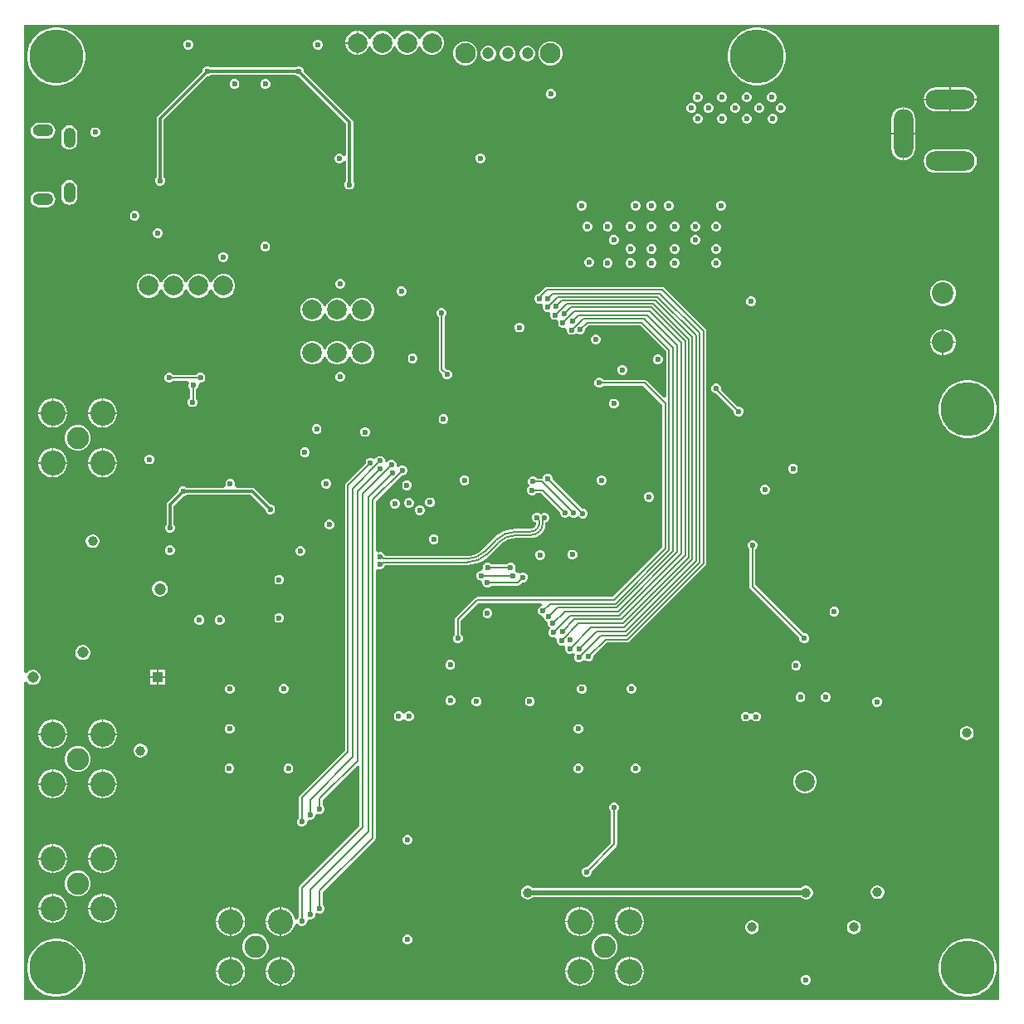
<source format=gbl>
G04*
G04 #@! TF.GenerationSoftware,Altium Limited,Altium Designer,21.8.1 (53)*
G04*
G04 Layer_Physical_Order=4*
G04 Layer_Color=16711680*
%FSLAX44Y44*%
%MOMM*%
G71*
G04*
G04 #@! TF.SameCoordinates,C9995BEE-8401-4B8A-9B38-06C5FF24312F*
G04*
G04*
G04 #@! TF.FilePolarity,Positive*
G04*
G01*
G75*
%ADD15C,0.2000*%
%ADD17C,0.4000*%
%ADD77C,2.1000*%
%ADD82C,2.2000*%
%ADD90C,0.1571*%
%ADD91C,0.3000*%
%ADD92C,0.2100*%
%ADD107C,1.0000*%
%ADD146C,0.5000*%
%ADD150C,2.0000*%
%ADD151C,2.5500*%
%ADD152C,2.2500*%
%ADD153C,1.1400*%
%ADD154R,1.1400X1.1400*%
%ADD155C,1.2000*%
%ADD156O,2.1000X1.2000*%
%ADD157O,1.2000X2.1000*%
%ADD158C,5.5000*%
%ADD159O,5.0000X2.0000*%
%ADD160O,2.0000X5.0000*%
%ADD161C,0.6000*%
G36*
X997451Y2549D02*
X2549D01*
Y326337D01*
X5049Y327007D01*
X5296Y326578D01*
X6728Y325146D01*
X8482Y324134D01*
X10438Y323610D01*
X12462D01*
X14418Y324134D01*
X16172Y325146D01*
X17603Y326578D01*
X18616Y328332D01*
X19140Y330288D01*
Y332312D01*
X18616Y334268D01*
X17603Y336022D01*
X16172Y337453D01*
X14418Y338466D01*
X12462Y338990D01*
X10438D01*
X8482Y338466D01*
X6728Y337453D01*
X5296Y336022D01*
X5049Y335593D01*
X2549Y336263D01*
Y997451D01*
X997451D01*
Y2549D01*
D02*
G37*
%LPC*%
G36*
X341450Y990750D02*
X340620D01*
X337568Y989932D01*
X334832Y988352D01*
X332598Y986118D01*
X331018Y983382D01*
X330200Y980330D01*
Y979500D01*
X341450D01*
Y990750D01*
D02*
G37*
G36*
X303182Y981974D02*
X301197D01*
X299363Y981215D01*
X297959Y979811D01*
X297199Y977977D01*
Y975992D01*
X297959Y974158D01*
X299363Y972754D01*
X301197Y971994D01*
X303182D01*
X305016Y972754D01*
X306420Y974158D01*
X307179Y975992D01*
Y977977D01*
X306420Y979811D01*
X305016Y981215D01*
X303182Y981974D01*
D02*
G37*
G36*
X170603D02*
X168618D01*
X166784Y981215D01*
X165380Y979811D01*
X164621Y977977D01*
Y975992D01*
X165380Y974158D01*
X166784Y972754D01*
X168618Y971994D01*
X170603D01*
X172437Y972754D01*
X173841Y974158D01*
X174601Y975992D01*
Y977977D01*
X173841Y979811D01*
X172437Y981215D01*
X170603Y981974D01*
D02*
G37*
G36*
X343780Y990750D02*
X342950D01*
Y978750D01*
Y966750D01*
X343780D01*
X346832Y967568D01*
X349568Y969148D01*
X351802Y971382D01*
X353382Y974118D01*
X353611Y974972D01*
X356199D01*
X356427Y974122D01*
X358006Y971388D01*
X360238Y969156D01*
X362972Y967577D01*
X366021Y966760D01*
X369179D01*
X372228Y967577D01*
X374962Y969156D01*
X377194Y971388D01*
X378773Y974122D01*
X379006Y974992D01*
X381594D01*
X381827Y974122D01*
X383406Y971388D01*
X385638Y969156D01*
X388372Y967577D01*
X391422Y966760D01*
X394579D01*
X397628Y967577D01*
X400362Y969156D01*
X402594Y971388D01*
X404173Y974122D01*
X404406Y974992D01*
X406994D01*
X407227Y974122D01*
X408806Y971388D01*
X411038Y969156D01*
X413772Y967577D01*
X416822Y966760D01*
X419978D01*
X423028Y967577D01*
X425762Y969156D01*
X427994Y971388D01*
X429573Y974122D01*
X430390Y977171D01*
Y980329D01*
X429573Y983378D01*
X427994Y986112D01*
X425762Y988344D01*
X423028Y989923D01*
X419978Y990740D01*
X416822D01*
X413772Y989923D01*
X411038Y988344D01*
X408806Y986112D01*
X407227Y983378D01*
X406994Y982508D01*
X404406D01*
X404173Y983378D01*
X402594Y986112D01*
X400362Y988344D01*
X397628Y989923D01*
X394579Y990740D01*
X391422D01*
X388372Y989923D01*
X385638Y988344D01*
X383406Y986112D01*
X381827Y983378D01*
X381594Y982508D01*
X379006D01*
X378773Y983378D01*
X377194Y986112D01*
X374962Y988344D01*
X372228Y989923D01*
X369179Y990740D01*
X366021D01*
X362972Y989923D01*
X360238Y988344D01*
X358006Y986112D01*
X356427Y983378D01*
X356199Y982528D01*
X353611D01*
X353382Y983382D01*
X351802Y986118D01*
X349568Y988352D01*
X346832Y989932D01*
X343780Y990750D01*
D02*
G37*
G36*
X341450Y978000D02*
X330200D01*
Y977170D01*
X331018Y974118D01*
X332598Y971382D01*
X334832Y969148D01*
X337568Y967568D01*
X340620Y966750D01*
X341450D01*
Y978000D01*
D02*
G37*
G36*
X516828Y975952D02*
X514724D01*
X512692Y975407D01*
X510870Y974355D01*
X509382Y972868D01*
X508330Y971046D01*
X507786Y969014D01*
Y966910D01*
X508330Y964878D01*
X509382Y963056D01*
X510870Y961568D01*
X512692Y960517D01*
X514724Y959972D01*
X516828D01*
X518860Y960517D01*
X520682Y961568D01*
X522169Y963056D01*
X523221Y964878D01*
X523766Y966910D01*
Y969014D01*
X523221Y971046D01*
X522169Y972868D01*
X520682Y974355D01*
X518860Y975407D01*
X516828Y975952D01*
D02*
G37*
G36*
X496828D02*
X494724D01*
X492692Y975407D01*
X490870Y974355D01*
X489382Y972868D01*
X488330Y971046D01*
X487786Y969014D01*
Y966910D01*
X488330Y964878D01*
X489382Y963056D01*
X490870Y961568D01*
X492692Y960517D01*
X494724Y959972D01*
X496828D01*
X498860Y960517D01*
X500681Y961568D01*
X502169Y963056D01*
X503221Y964878D01*
X503766Y966910D01*
Y969014D01*
X503221Y971046D01*
X502169Y972868D01*
X500681Y974355D01*
X498860Y975407D01*
X496828Y975952D01*
D02*
G37*
G36*
X476828D02*
X474724D01*
X472692Y975407D01*
X470870Y974355D01*
X469382Y972868D01*
X468330Y971046D01*
X467786Y969014D01*
Y966910D01*
X468330Y964878D01*
X469382Y963056D01*
X470870Y961568D01*
X472692Y960517D01*
X474724Y959972D01*
X476828D01*
X478860Y960517D01*
X480681Y961568D01*
X482169Y963056D01*
X483221Y964878D01*
X483766Y966910D01*
Y969014D01*
X483221Y971046D01*
X482169Y972868D01*
X480681Y974355D01*
X478860Y975407D01*
X476828Y975952D01*
D02*
G37*
G36*
X540920Y980452D02*
X537631D01*
X534455Y979601D01*
X531607Y977956D01*
X529281Y975631D01*
X527637Y972783D01*
X526786Y969606D01*
Y966318D01*
X527637Y963141D01*
X529281Y960293D01*
X531607Y957968D01*
X534455Y956323D01*
X537631Y955472D01*
X540920D01*
X544096Y956323D01*
X546945Y957968D01*
X549270Y960293D01*
X550914Y963141D01*
X551766Y966318D01*
Y969606D01*
X550914Y972783D01*
X549270Y975631D01*
X546945Y977956D01*
X544096Y979601D01*
X540920Y980452D01*
D02*
G37*
G36*
X453920D02*
X450631D01*
X447455Y979601D01*
X444607Y977956D01*
X442281Y975631D01*
X440637Y972783D01*
X439786Y969606D01*
Y966318D01*
X440637Y963141D01*
X442281Y960293D01*
X444607Y957968D01*
X447455Y956323D01*
X450631Y955472D01*
X453920D01*
X457096Y956323D01*
X459945Y957968D01*
X462270Y960293D01*
X463914Y963141D01*
X464766Y966318D01*
Y969606D01*
X463914Y972783D01*
X462270Y975631D01*
X459945Y977956D01*
X457096Y979601D01*
X453920Y980452D01*
D02*
G37*
G36*
X283720Y954940D02*
X281735D01*
X279901Y954180D01*
X279229Y953508D01*
X192576D01*
X191904Y954180D01*
X190070Y954940D01*
X188084D01*
X186250Y954180D01*
X184847Y952777D01*
X184087Y950943D01*
Y949992D01*
X138417Y904323D01*
X137646Y903168D01*
X137375Y901806D01*
Y841705D01*
X136703Y841033D01*
X135943Y839199D01*
Y837214D01*
X136703Y835380D01*
X138107Y833977D01*
X139941Y833217D01*
X141926D01*
X143760Y833977D01*
X145164Y835380D01*
X145923Y837214D01*
Y839199D01*
X145164Y841033D01*
X144492Y841705D01*
Y900332D01*
X189119Y944960D01*
X190070D01*
X191904Y945720D01*
X192576Y946392D01*
X279229D01*
X279901Y945720D01*
X281735Y944960D01*
X282685D01*
X330925Y896720D01*
Y863800D01*
X328425Y863303D01*
X328288Y863633D01*
X326884Y865037D01*
X325050Y865796D01*
X323065D01*
X321231Y865037D01*
X319827Y863633D01*
X319068Y861799D01*
Y859814D01*
X319827Y857980D01*
X321231Y856576D01*
X323065Y855816D01*
X325050D01*
X326884Y856576D01*
X328288Y857980D01*
X328425Y858310D01*
X330925Y857812D01*
Y837582D01*
X330170Y836827D01*
X329410Y834993D01*
Y833007D01*
X330170Y831173D01*
X331573Y829770D01*
X333407Y829010D01*
X335393D01*
X337227Y829770D01*
X338630Y831173D01*
X339390Y833007D01*
Y834993D01*
X338630Y836827D01*
X338041Y837415D01*
Y898194D01*
X337771Y899556D01*
X336999Y900711D01*
X336999Y900711D01*
X287717Y949992D01*
Y950943D01*
X286958Y952777D01*
X285554Y954180D01*
X283720Y954940D01*
D02*
G37*
G36*
X752321Y994490D02*
X747679D01*
X743094Y993764D01*
X738680Y992329D01*
X734544Y990222D01*
X730789Y987494D01*
X727506Y984211D01*
X724778Y980456D01*
X722671Y976320D01*
X721236Y971906D01*
X720510Y967321D01*
Y962679D01*
X721236Y958094D01*
X722671Y953680D01*
X724778Y949544D01*
X727506Y945789D01*
X730789Y942506D01*
X734544Y939778D01*
X738680Y937671D01*
X743094Y936236D01*
X747679Y935510D01*
X752321D01*
X756906Y936236D01*
X761320Y937671D01*
X765456Y939778D01*
X769211Y942506D01*
X772494Y945789D01*
X775222Y949544D01*
X777329Y953680D01*
X778764Y958094D01*
X779490Y962679D01*
Y967321D01*
X778764Y971906D01*
X777329Y976320D01*
X775222Y980456D01*
X772494Y984211D01*
X769211Y987494D01*
X765456Y990222D01*
X761320Y992329D01*
X756906Y993764D01*
X752321Y994490D01*
D02*
G37*
G36*
X37321D02*
X32679D01*
X28094Y993764D01*
X23680Y992329D01*
X19544Y990222D01*
X15789Y987494D01*
X12506Y984211D01*
X9778Y980456D01*
X7671Y976320D01*
X6236Y971906D01*
X5510Y967321D01*
Y962679D01*
X6236Y958094D01*
X7671Y953680D01*
X9778Y949544D01*
X12506Y945789D01*
X15789Y942506D01*
X19544Y939778D01*
X23680Y937671D01*
X28094Y936236D01*
X32679Y935510D01*
X37321D01*
X41906Y936236D01*
X46320Y937671D01*
X50456Y939778D01*
X54211Y942506D01*
X57494Y945789D01*
X60222Y949544D01*
X62329Y953680D01*
X63764Y958094D01*
X64490Y962679D01*
Y967321D01*
X63764Y971906D01*
X62329Y976320D01*
X60222Y980456D01*
X57494Y984211D01*
X54211Y987494D01*
X50456Y990222D01*
X46320Y992329D01*
X41906Y993764D01*
X37321Y994490D01*
D02*
G37*
G36*
X249400Y941610D02*
X247414D01*
X245580Y940851D01*
X244177Y939447D01*
X243417Y937613D01*
Y935628D01*
X244177Y933794D01*
X245580Y932390D01*
X247414Y931630D01*
X249400D01*
X251234Y932390D01*
X252637Y933794D01*
X253397Y935628D01*
Y937613D01*
X252637Y939447D01*
X251234Y940851D01*
X249400Y941610D01*
D02*
G37*
G36*
X217893Y941610D02*
X215907D01*
X214074Y940851D01*
X212670Y939447D01*
X211910Y937613D01*
Y935628D01*
X212670Y933794D01*
X214074Y932390D01*
X215907Y931630D01*
X217893D01*
X219727Y932390D01*
X221130Y933794D01*
X221890Y935628D01*
Y937613D01*
X221130Y939447D01*
X219727Y940851D01*
X217893Y941610D01*
D02*
G37*
G36*
X962328Y933143D02*
X948078D01*
Y921789D01*
X974333D01*
X974020Y924172D01*
X972810Y927091D01*
X970887Y929598D01*
X968380Y931521D01*
X965461Y932730D01*
X962328Y933143D01*
D02*
G37*
G36*
X946579D02*
X932328D01*
X929196Y932730D01*
X926277Y931521D01*
X923770Y929598D01*
X921846Y927091D01*
X920637Y924172D01*
X920324Y921789D01*
X946579D01*
Y933143D01*
D02*
G37*
G36*
X540672Y931445D02*
X538687D01*
X536853Y930685D01*
X535449Y929281D01*
X534689Y927447D01*
Y925462D01*
X535449Y923628D01*
X536853Y922224D01*
X538687Y921465D01*
X540672D01*
X542506Y922224D01*
X543910Y923628D01*
X544669Y925462D01*
Y927447D01*
X543910Y929281D01*
X542506Y930685D01*
X540672Y931445D01*
D02*
G37*
G36*
X766243Y928240D02*
X764257D01*
X762423Y927480D01*
X761020Y926077D01*
X760260Y924243D01*
Y922257D01*
X761020Y920423D01*
X762423Y919020D01*
X764257Y918260D01*
X766243D01*
X768077Y919020D01*
X769480Y920423D01*
X770240Y922257D01*
Y924243D01*
X769480Y926077D01*
X768077Y927480D01*
X766243Y928240D01*
D02*
G37*
G36*
X740740D02*
X738755D01*
X736921Y927480D01*
X735517Y926077D01*
X734757Y924243D01*
Y922257D01*
X735517Y920423D01*
X736921Y919020D01*
X738755Y918260D01*
X740740D01*
X742574Y919020D01*
X743978Y920423D01*
X744737Y922257D01*
Y924243D01*
X743978Y926077D01*
X742574Y927480D01*
X740740Y928240D01*
D02*
G37*
G36*
X715490D02*
X713505D01*
X711671Y927480D01*
X710267Y926077D01*
X709507Y924243D01*
Y922257D01*
X710267Y920423D01*
X711671Y919020D01*
X713505Y918260D01*
X715490D01*
X717324Y919020D01*
X718728Y920423D01*
X719487Y922257D01*
Y924243D01*
X718728Y926077D01*
X717324Y927480D01*
X715490Y928240D01*
D02*
G37*
G36*
X690404D02*
X688419D01*
X686585Y927480D01*
X685181Y926077D01*
X684422Y924243D01*
Y922257D01*
X685181Y920423D01*
X686585Y919020D01*
X688419Y918260D01*
X690404D01*
X692238Y919020D01*
X693642Y920423D01*
X694402Y922257D01*
Y924243D01*
X693642Y926077D01*
X692238Y927480D01*
X690404Y928240D01*
D02*
G37*
G36*
X974333Y920289D02*
X948078D01*
Y908936D01*
X962328D01*
X965461Y909348D01*
X968380Y910557D01*
X970887Y912481D01*
X972810Y914987D01*
X974020Y917907D01*
X974333Y920289D01*
D02*
G37*
G36*
X946579D02*
X920324D01*
X920637Y917907D01*
X921846Y914987D01*
X923770Y912481D01*
X926277Y910557D01*
X929196Y909348D01*
X932328Y908936D01*
X946579D01*
Y920289D01*
D02*
G37*
G36*
X775243Y917162D02*
X773257D01*
X771423Y916403D01*
X770020Y914999D01*
X769260Y913165D01*
Y911180D01*
X770020Y909346D01*
X771423Y907942D01*
X773257Y907182D01*
X775243D01*
X777077Y907942D01*
X778480Y909346D01*
X779240Y911180D01*
Y913165D01*
X778480Y914999D01*
X777077Y916403D01*
X775243Y917162D01*
D02*
G37*
G36*
X753493D02*
X751507D01*
X749673Y916403D01*
X748270Y914999D01*
X747510Y913165D01*
Y911180D01*
X748270Y909346D01*
X749673Y907942D01*
X751507Y907182D01*
X753493D01*
X755327Y907942D01*
X756730Y909346D01*
X757490Y911180D01*
Y913165D01*
X756730Y914999D01*
X755327Y916403D01*
X753493Y917162D01*
D02*
G37*
G36*
X728743D02*
X726757D01*
X724923Y916403D01*
X723520Y914999D01*
X722760Y913165D01*
Y911180D01*
X723520Y909346D01*
X724923Y907942D01*
X726757Y907182D01*
X728743D01*
X730577Y907942D01*
X731980Y909346D01*
X732740Y911180D01*
Y913165D01*
X731980Y914999D01*
X730577Y916403D01*
X728743Y917162D01*
D02*
G37*
G36*
X701493D02*
X699507D01*
X697673Y916403D01*
X696270Y914999D01*
X695510Y913165D01*
Y911180D01*
X696270Y909346D01*
X697673Y907942D01*
X699507Y907182D01*
X701493D01*
X703327Y907942D01*
X704730Y909346D01*
X705490Y911180D01*
Y913165D01*
X704730Y914999D01*
X703327Y916403D01*
X701493Y917162D01*
D02*
G37*
G36*
X684157D02*
X682172D01*
X680338Y916403D01*
X678934Y914999D01*
X678174Y913165D01*
Y911180D01*
X678934Y909346D01*
X680338Y907942D01*
X682172Y907182D01*
X684157D01*
X685991Y907942D01*
X687395Y909346D01*
X688154Y911180D01*
Y913165D01*
X687395Y914999D01*
X685991Y916403D01*
X684157Y917162D01*
D02*
G37*
G36*
X767115Y906245D02*
X765130D01*
X763296Y905486D01*
X761892Y904082D01*
X761132Y902248D01*
Y900263D01*
X761892Y898429D01*
X763296Y897025D01*
X765130Y896265D01*
X767115D01*
X768949Y897025D01*
X770353Y898429D01*
X771112Y900263D01*
Y902248D01*
X770353Y904082D01*
X768949Y905486D01*
X767115Y906245D01*
D02*
G37*
G36*
X740740D02*
X738755D01*
X736921Y905486D01*
X735517Y904082D01*
X734757Y902248D01*
Y900263D01*
X735517Y898429D01*
X736921Y897025D01*
X738755Y896265D01*
X740740D01*
X742574Y897025D01*
X743978Y898429D01*
X744737Y900263D01*
Y902248D01*
X743978Y904082D01*
X742574Y905486D01*
X740740Y906245D01*
D02*
G37*
G36*
X715546D02*
X713561D01*
X711727Y905486D01*
X710323Y904082D01*
X709563Y902248D01*
Y900263D01*
X710323Y898429D01*
X711727Y897025D01*
X713561Y896265D01*
X715546D01*
X717380Y897025D01*
X718784Y898429D01*
X719543Y900263D01*
Y902248D01*
X718784Y904082D01*
X717380Y905486D01*
X715546Y906245D01*
D02*
G37*
G36*
X690679D02*
X688694D01*
X686860Y905486D01*
X685456Y904082D01*
X684696Y902248D01*
Y900263D01*
X685456Y898429D01*
X686860Y897025D01*
X688694Y896265D01*
X690679D01*
X692513Y897025D01*
X693917Y898429D01*
X694676Y900263D01*
Y902248D01*
X693917Y904082D01*
X692513Y905486D01*
X690679Y906245D01*
D02*
G37*
G36*
X900078Y913044D02*
Y886789D01*
X911432D01*
Y901039D01*
X911020Y904172D01*
X909810Y907091D01*
X907887Y909598D01*
X905380Y911521D01*
X902461Y912730D01*
X900078Y913044D01*
D02*
G37*
G36*
X898578Y913044D02*
X896196Y912730D01*
X893277Y911521D01*
X890770Y909598D01*
X888847Y907091D01*
X887637Y904172D01*
X887225Y901039D01*
Y886789D01*
X898578D01*
Y913044D01*
D02*
G37*
G36*
X75719Y892440D02*
X73734D01*
X71900Y891680D01*
X70496Y890277D01*
X69736Y888443D01*
Y886458D01*
X70496Y884623D01*
X71900Y883220D01*
X73734Y882460D01*
X75719D01*
X77553Y883220D01*
X78956Y884623D01*
X79716Y886458D01*
Y888443D01*
X78956Y890277D01*
X77553Y891680D01*
X75719Y892440D01*
D02*
G37*
G36*
X26002Y897229D02*
X17002D01*
X14916Y896955D01*
X12973Y896150D01*
X11304Y894869D01*
X10023Y893200D01*
X9218Y891256D01*
X8943Y889170D01*
X9218Y887085D01*
X10023Y885141D01*
X11304Y883472D01*
X12973Y882191D01*
X14916Y881386D01*
X17002Y881112D01*
X26002D01*
X28088Y881386D01*
X30032Y882191D01*
X31701Y883472D01*
X32982Y885141D01*
X33787Y887085D01*
X34061Y889170D01*
X33787Y891256D01*
X32982Y893200D01*
X31701Y894869D01*
X30032Y896150D01*
X28088Y896955D01*
X26002Y897229D01*
D02*
G37*
G36*
X48502Y894829D02*
X46417Y894554D01*
X44473Y893749D01*
X42804Y892468D01*
X41523Y890799D01*
X40718Y888856D01*
X40443Y886770D01*
Y877770D01*
X40718Y875684D01*
X41523Y873740D01*
X42804Y872072D01*
X44473Y870791D01*
X46417Y869986D01*
X48502Y869711D01*
X50588Y869986D01*
X52532Y870791D01*
X54201Y872072D01*
X55482Y873740D01*
X56287Y875684D01*
X56561Y877770D01*
Y886770D01*
X56287Y888856D01*
X55482Y890799D01*
X54201Y892468D01*
X52532Y893749D01*
X50588Y894554D01*
X48502Y894829D01*
D02*
G37*
G36*
X898578Y885289D02*
X887225D01*
Y871039D01*
X887637Y867907D01*
X888847Y864987D01*
X890770Y862481D01*
X893277Y860557D01*
X896196Y859348D01*
X898578Y859035D01*
Y885289D01*
D02*
G37*
G36*
X911432D02*
X900078D01*
Y859034D01*
X902461Y859348D01*
X905380Y860557D01*
X907887Y862481D01*
X909810Y864987D01*
X911020Y867907D01*
X911432Y871039D01*
Y885289D01*
D02*
G37*
G36*
X468838Y865967D02*
X466853D01*
X465019Y865207D01*
X463615Y863803D01*
X462855Y861969D01*
Y859984D01*
X463615Y858150D01*
X465019Y856746D01*
X466853Y855987D01*
X468838D01*
X470672Y856746D01*
X472076Y858150D01*
X472835Y859984D01*
Y861969D01*
X472076Y863803D01*
X470672Y865207D01*
X468838Y865967D01*
D02*
G37*
G36*
X962328Y870133D02*
X932328D01*
X929198Y869721D01*
X926282Y868512D01*
X923777Y866591D01*
X921855Y864086D01*
X920647Y861169D01*
X920235Y858039D01*
X920647Y854909D01*
X921855Y851992D01*
X923777Y849488D01*
X926282Y847566D01*
X929198Y846358D01*
X932328Y845946D01*
X962328D01*
X965459Y846358D01*
X968375Y847566D01*
X970880Y849488D01*
X972802Y851992D01*
X974010Y854909D01*
X974422Y858039D01*
X974010Y861169D01*
X972802Y864086D01*
X970880Y866591D01*
X968375Y868512D01*
X965459Y869721D01*
X962328Y870133D01*
D02*
G37*
G36*
X48502Y838629D02*
X46417Y838354D01*
X44473Y837549D01*
X42804Y836268D01*
X41523Y834600D01*
X40718Y832656D01*
X40443Y830570D01*
Y821570D01*
X40718Y819484D01*
X41523Y817541D01*
X42804Y815872D01*
X44473Y814591D01*
X46417Y813786D01*
X48502Y813511D01*
X50588Y813786D01*
X52532Y814591D01*
X54201Y815872D01*
X55482Y817541D01*
X56287Y819484D01*
X56561Y821570D01*
Y830570D01*
X56287Y832656D01*
X55482Y834600D01*
X54201Y836268D01*
X52532Y837549D01*
X50588Y838354D01*
X48502Y838629D01*
D02*
G37*
G36*
X26002Y827229D02*
X17002D01*
X14916Y826955D01*
X12973Y826150D01*
X11304Y824869D01*
X10023Y823200D01*
X9218Y821256D01*
X8943Y819170D01*
X9218Y817085D01*
X10023Y815141D01*
X11304Y813472D01*
X12973Y812191D01*
X14916Y811386D01*
X17002Y811112D01*
X26002D01*
X28088Y811386D01*
X30032Y812191D01*
X31701Y813472D01*
X32982Y815141D01*
X33787Y817085D01*
X34061Y819170D01*
X33787Y821256D01*
X32982Y823200D01*
X31701Y824869D01*
X30032Y826150D01*
X28088Y826955D01*
X26002Y827229D01*
D02*
G37*
G36*
X571848Y817777D02*
X569863D01*
X568029Y817017D01*
X566625Y815613D01*
X565866Y813779D01*
Y811794D01*
X566625Y809960D01*
X568029Y808557D01*
X569863Y807797D01*
X571848D01*
X573682Y808557D01*
X575086Y809960D01*
X575846Y811794D01*
Y813779D01*
X575086Y815613D01*
X573682Y817017D01*
X571848Y817777D01*
D02*
G37*
G36*
X660855Y817744D02*
X658870D01*
X657036Y816984D01*
X655632Y815580D01*
X654873Y813746D01*
Y811761D01*
X655632Y809927D01*
X657036Y808523D01*
X658870Y807764D01*
X660855D01*
X662689Y808523D01*
X664093Y809927D01*
X664852Y811761D01*
Y813746D01*
X664093Y815580D01*
X662689Y816984D01*
X660855Y817744D01*
D02*
G37*
G36*
X643589D02*
X641604D01*
X639770Y816984D01*
X638366Y815580D01*
X637606Y813746D01*
Y811761D01*
X638366Y809927D01*
X639770Y808523D01*
X641604Y807764D01*
X643589D01*
X645423Y808523D01*
X646827Y809927D01*
X647586Y811761D01*
Y813746D01*
X646827Y815580D01*
X645423Y816984D01*
X643589Y817744D01*
D02*
G37*
G36*
X627243D02*
X625257D01*
X623423Y816984D01*
X622020Y815580D01*
X621260Y813746D01*
Y811761D01*
X622020Y809927D01*
X623423Y808523D01*
X625257Y807764D01*
X627243D01*
X629077Y808523D01*
X630480Y809927D01*
X631240Y811761D01*
Y813746D01*
X630480Y815580D01*
X629077Y816984D01*
X627243Y817744D01*
D02*
G37*
G36*
X714266Y817740D02*
X712281D01*
X710447Y816980D01*
X709043Y815576D01*
X708283Y813743D01*
Y811757D01*
X709043Y809923D01*
X710447Y808520D01*
X712281Y807760D01*
X714266D01*
X716100Y808520D01*
X717504Y809923D01*
X718263Y811757D01*
Y813743D01*
X717504Y815576D01*
X716100Y816980D01*
X714266Y817740D01*
D02*
G37*
G36*
X116220Y807309D02*
X114235D01*
X112401Y806549D01*
X110997Y805145D01*
X110237Y803311D01*
Y801326D01*
X110997Y799492D01*
X112401Y798088D01*
X114235Y797329D01*
X116220D01*
X118054Y798088D01*
X119458Y799492D01*
X120217Y801326D01*
Y803311D01*
X119458Y805145D01*
X118054Y806549D01*
X116220Y807309D01*
D02*
G37*
G36*
X709242Y796254D02*
X707257D01*
X705423Y795494D01*
X704020Y794090D01*
X703260Y792256D01*
Y790271D01*
X704020Y788437D01*
X705423Y787033D01*
X707257Y786274D01*
X709242D01*
X711077Y787033D01*
X712480Y788437D01*
X713240Y790271D01*
Y792256D01*
X712480Y794090D01*
X711077Y795494D01*
X709242Y796254D01*
D02*
G37*
G36*
X667243D02*
X665257D01*
X663423Y795494D01*
X662020Y794090D01*
X661260Y792256D01*
Y790271D01*
X662020Y788437D01*
X663423Y787033D01*
X665257Y786274D01*
X667243D01*
X669077Y787033D01*
X670480Y788437D01*
X671240Y790271D01*
Y792256D01*
X670480Y794090D01*
X669077Y795494D01*
X667243Y796254D01*
D02*
G37*
G36*
X688243Y796174D02*
X686257D01*
X684423Y795414D01*
X683020Y794011D01*
X682260Y792177D01*
Y790191D01*
X683020Y788357D01*
X684423Y786954D01*
X686257Y786194D01*
X688243D01*
X690077Y786954D01*
X691480Y788357D01*
X692240Y790191D01*
Y792177D01*
X691480Y794011D01*
X690077Y795414D01*
X688243Y796174D01*
D02*
G37*
G36*
X643118D02*
X641132D01*
X639298Y795414D01*
X637895Y794011D01*
X637135Y792177D01*
Y790191D01*
X637895Y788357D01*
X639298Y786954D01*
X641132Y786194D01*
X643118D01*
X644952Y786954D01*
X646355Y788357D01*
X647115Y790191D01*
Y792177D01*
X646355Y794011D01*
X644952Y795414D01*
X643118Y796174D01*
D02*
G37*
G36*
X621817D02*
X619832D01*
X617998Y795414D01*
X616594Y794011D01*
X615835Y792177D01*
Y790191D01*
X616594Y788357D01*
X617998Y786954D01*
X619832Y786194D01*
X621817D01*
X623651Y786954D01*
X625055Y788357D01*
X625815Y790191D01*
Y792177D01*
X625055Y794011D01*
X623651Y795414D01*
X621817Y796174D01*
D02*
G37*
G36*
X598817D02*
X596832D01*
X594998Y795414D01*
X593594Y794011D01*
X592835Y792177D01*
Y790191D01*
X593594Y788357D01*
X594998Y786954D01*
X596832Y786194D01*
X598817D01*
X600651Y786954D01*
X602055Y788357D01*
X602814Y790191D01*
Y792177D01*
X602055Y794011D01*
X600651Y795414D01*
X598817Y796174D01*
D02*
G37*
G36*
X577817D02*
X575832D01*
X573998Y795414D01*
X572594Y794011D01*
X571834Y792177D01*
Y790191D01*
X572594Y788357D01*
X573998Y786954D01*
X575832Y786194D01*
X577817D01*
X579651Y786954D01*
X581055Y788357D01*
X581814Y790191D01*
Y792177D01*
X581055Y794011D01*
X579651Y795414D01*
X577817Y796174D01*
D02*
G37*
G36*
X139692Y789401D02*
X137707D01*
X135873Y788641D01*
X134469Y787237D01*
X133709Y785403D01*
Y783418D01*
X134469Y781584D01*
X135873Y780180D01*
X137707Y779421D01*
X139692D01*
X141526Y780180D01*
X142930Y781584D01*
X143689Y783418D01*
Y785403D01*
X142930Y787237D01*
X141526Y788641D01*
X139692Y789401D01*
D02*
G37*
G36*
X688243Y782490D02*
X686257D01*
X684423Y781730D01*
X683020Y780327D01*
X682260Y778493D01*
Y776507D01*
X683020Y774673D01*
X684423Y773270D01*
X686257Y772510D01*
X688243D01*
X690077Y773270D01*
X691480Y774673D01*
X692240Y776507D01*
Y778493D01*
X691480Y780327D01*
X690077Y781730D01*
X688243Y782490D01*
D02*
G37*
G36*
X604911D02*
X602926D01*
X601092Y781730D01*
X599688Y780327D01*
X598928Y778493D01*
Y776507D01*
X599688Y774673D01*
X601092Y773270D01*
X602926Y772510D01*
X604911D01*
X606745Y773270D01*
X608149Y774673D01*
X608908Y776507D01*
Y778493D01*
X608149Y780327D01*
X606745Y781730D01*
X604911Y782490D01*
D02*
G37*
G36*
X249261Y775811D02*
X247276D01*
X245442Y775051D01*
X244038Y773648D01*
X243279Y771814D01*
Y769828D01*
X244038Y767994D01*
X245442Y766591D01*
X247276Y765831D01*
X249261D01*
X251095Y766591D01*
X252499Y767994D01*
X253258Y769828D01*
Y771814D01*
X252499Y773648D01*
X251095Y775051D01*
X249261Y775811D01*
D02*
G37*
G36*
X709242Y773580D02*
X707257D01*
X705423Y772820D01*
X704020Y771416D01*
X703260Y769583D01*
Y767597D01*
X704020Y765763D01*
X705423Y764360D01*
X707257Y763600D01*
X709242D01*
X711077Y764360D01*
X712480Y765763D01*
X713240Y767597D01*
Y769583D01*
X712480Y771416D01*
X711077Y772820D01*
X709242Y773580D01*
D02*
G37*
G36*
X667243D02*
X665257D01*
X663423Y772820D01*
X662020Y771416D01*
X661260Y769583D01*
Y767597D01*
X662020Y765763D01*
X663423Y764360D01*
X665257Y763600D01*
X667243D01*
X669077Y764360D01*
X670480Y765763D01*
X671240Y767597D01*
Y769583D01*
X670480Y771416D01*
X669077Y772820D01*
X667243Y773580D01*
D02*
G37*
G36*
X643589D02*
X641604D01*
X639770Y772820D01*
X638366Y771416D01*
X637606Y769583D01*
Y767597D01*
X638366Y765763D01*
X639770Y764360D01*
X641604Y763600D01*
X643589D01*
X645423Y764360D01*
X646827Y765763D01*
X647586Y767597D01*
Y769583D01*
X646827Y771416D01*
X645423Y772820D01*
X643589Y773580D01*
D02*
G37*
G36*
X621817D02*
X619832D01*
X617998Y772820D01*
X616594Y771416D01*
X615835Y769583D01*
Y767597D01*
X616594Y765763D01*
X617998Y764360D01*
X619832Y763600D01*
X621817D01*
X623651Y764360D01*
X625055Y765763D01*
X625815Y767597D01*
Y769583D01*
X625055Y771416D01*
X623651Y772820D01*
X621817Y773580D01*
D02*
G37*
G36*
X206478Y765312D02*
X204493D01*
X202659Y764552D01*
X201255Y763148D01*
X200495Y761314D01*
Y759329D01*
X201255Y757495D01*
X202659Y756092D01*
X204493Y755332D01*
X206478D01*
X208312Y756092D01*
X209716Y757495D01*
X210476Y759329D01*
Y761314D01*
X209716Y763148D01*
X208312Y764552D01*
X206478Y765312D01*
D02*
G37*
G36*
X579684Y759778D02*
X577699D01*
X575865Y759019D01*
X574462Y757615D01*
X573702Y755781D01*
Y753796D01*
X574462Y751962D01*
X575865Y750558D01*
X577699Y749799D01*
X579684D01*
X581518Y750558D01*
X582922Y751962D01*
X583682Y753796D01*
Y755781D01*
X582922Y757615D01*
X581518Y759019D01*
X579684Y759778D01*
D02*
G37*
G36*
X709242Y759018D02*
X707257D01*
X705423Y758258D01*
X704020Y756854D01*
X703260Y755020D01*
Y753035D01*
X704020Y751201D01*
X705423Y749797D01*
X707257Y749038D01*
X709242D01*
X711077Y749797D01*
X712480Y751201D01*
X713240Y753035D01*
Y755020D01*
X712480Y756854D01*
X711077Y758258D01*
X709242Y759018D01*
D02*
G37*
G36*
X667243D02*
X665257D01*
X663423Y758258D01*
X662020Y756854D01*
X661260Y755020D01*
Y753035D01*
X662020Y751201D01*
X663423Y749797D01*
X665257Y749038D01*
X667243D01*
X669077Y749797D01*
X670480Y751201D01*
X671240Y753035D01*
Y755020D01*
X670480Y756854D01*
X669077Y758258D01*
X667243Y759018D01*
D02*
G37*
G36*
X643589D02*
X641604D01*
X639770Y758258D01*
X638366Y756854D01*
X637606Y755020D01*
Y753035D01*
X638366Y751201D01*
X639770Y749797D01*
X641604Y749038D01*
X643589D01*
X645423Y749797D01*
X646827Y751201D01*
X647586Y753035D01*
Y755020D01*
X646827Y756854D01*
X645423Y758258D01*
X643589Y759018D01*
D02*
G37*
G36*
X621817D02*
X619832D01*
X617998Y758258D01*
X616594Y756854D01*
X615835Y755020D01*
Y753035D01*
X616594Y751201D01*
X617998Y749797D01*
X619832Y749038D01*
X621817D01*
X623651Y749797D01*
X625055Y751201D01*
X625815Y753035D01*
Y755020D01*
X625055Y756854D01*
X623651Y758258D01*
X621817Y759018D01*
D02*
G37*
G36*
X598817D02*
X596832D01*
X594998Y758258D01*
X593594Y756854D01*
X592835Y755020D01*
Y753035D01*
X593594Y751201D01*
X594998Y749797D01*
X596832Y749038D01*
X598817D01*
X600651Y749797D01*
X602055Y751201D01*
X602814Y753035D01*
Y755020D01*
X602055Y756854D01*
X600651Y758258D01*
X598817Y759018D01*
D02*
G37*
G36*
X207195Y742822D02*
X204038D01*
X200989Y742005D01*
X198255Y740426D01*
X196022Y738194D01*
X194444Y735460D01*
X194211Y734590D01*
X191623D01*
X191390Y735460D01*
X189811Y738194D01*
X187579Y740426D01*
X184845Y742005D01*
X181795Y742822D01*
X178638D01*
X175589Y742005D01*
X172855Y740426D01*
X170622Y738194D01*
X169044Y735460D01*
X168811Y734590D01*
X166223D01*
X165990Y735460D01*
X164411Y738194D01*
X162179Y740426D01*
X159445Y742005D01*
X156395Y742822D01*
X153238D01*
X150189Y742005D01*
X147455Y740426D01*
X145222Y738194D01*
X143644Y735460D01*
X143411Y734590D01*
X140823D01*
X140590Y735460D01*
X139011Y738194D01*
X136779Y740426D01*
X134045Y742005D01*
X130995Y742822D01*
X127838D01*
X124789Y742005D01*
X122055Y740426D01*
X119822Y738194D01*
X118244Y735460D01*
X117427Y732410D01*
Y729253D01*
X118244Y726204D01*
X119822Y723470D01*
X122055Y721237D01*
X124789Y719659D01*
X127838Y718842D01*
X130995D01*
X134045Y719659D01*
X136779Y721237D01*
X139011Y723470D01*
X140590Y726204D01*
X140823Y727073D01*
X143411D01*
X143644Y726204D01*
X145222Y723470D01*
X147455Y721237D01*
X150189Y719659D01*
X153238Y718842D01*
X156395D01*
X159445Y719659D01*
X162179Y721237D01*
X164411Y723470D01*
X165990Y726204D01*
X166223Y727073D01*
X168811D01*
X169044Y726204D01*
X170622Y723470D01*
X172855Y721237D01*
X175589Y719659D01*
X178638Y718842D01*
X181795D01*
X184845Y719659D01*
X187579Y721237D01*
X189811Y723470D01*
X191390Y726204D01*
X191623Y727073D01*
X194211D01*
X194444Y726204D01*
X196022Y723470D01*
X198255Y721237D01*
X200989Y719659D01*
X204038Y718842D01*
X207195D01*
X210245Y719659D01*
X212979Y721237D01*
X215211Y723470D01*
X216790Y726204D01*
X217607Y729253D01*
Y732410D01*
X216790Y735460D01*
X215211Y738194D01*
X212979Y740426D01*
X210245Y742005D01*
X207195Y742822D01*
D02*
G37*
G36*
X325693Y737990D02*
X323707D01*
X321873Y737230D01*
X320470Y735827D01*
X319710Y733993D01*
Y732007D01*
X320470Y730173D01*
X321873Y728770D01*
X323707Y728010D01*
X325693D01*
X327527Y728770D01*
X328930Y730173D01*
X329690Y732007D01*
Y733993D01*
X328930Y735827D01*
X327527Y737230D01*
X325693Y737990D01*
D02*
G37*
G36*
X388129Y730384D02*
X386144D01*
X384310Y729624D01*
X382906Y728220D01*
X382147Y726386D01*
Y724401D01*
X382906Y722567D01*
X384310Y721163D01*
X386144Y720404D01*
X388129D01*
X389963Y721163D01*
X391367Y722567D01*
X392127Y724401D01*
Y726386D01*
X391367Y728220D01*
X389963Y729624D01*
X388129Y730384D01*
D02*
G37*
G36*
X941460Y736240D02*
X938040D01*
X934736Y735355D01*
X931774Y733645D01*
X929355Y731226D01*
X927645Y728264D01*
X926760Y724960D01*
Y721540D01*
X927645Y718236D01*
X929355Y715274D01*
X931774Y712856D01*
X934736Y711145D01*
X938040Y710260D01*
X941460D01*
X944764Y711145D01*
X947726Y712856D01*
X950145Y715274D01*
X951855Y718236D01*
X952740Y721540D01*
Y724960D01*
X951855Y728264D01*
X950145Y731226D01*
X947726Y733645D01*
X944764Y735355D01*
X941460Y736240D01*
D02*
G37*
G36*
X348803Y718470D02*
X345647D01*
X342597Y717653D01*
X339863Y716074D01*
X337631Y713842D01*
X336052Y711108D01*
X335819Y710238D01*
X333231D01*
X332998Y711108D01*
X331419Y713842D01*
X329187Y716074D01*
X326453Y717653D01*
X323404Y718470D01*
X320247D01*
X317197Y717653D01*
X314463Y716074D01*
X312231Y713842D01*
X310652Y711108D01*
X310419Y710238D01*
X307831D01*
X307598Y711108D01*
X306019Y713842D01*
X303787Y716074D01*
X301053Y717653D01*
X298004Y718470D01*
X294846D01*
X291797Y717653D01*
X289063Y716074D01*
X286831Y713842D01*
X285252Y711108D01*
X284435Y708058D01*
Y704902D01*
X285252Y701852D01*
X286831Y699118D01*
X289063Y696886D01*
X291797Y695307D01*
X294846Y694490D01*
X298004D01*
X301053Y695307D01*
X303787Y696886D01*
X306019Y699118D01*
X307598Y701852D01*
X307831Y702722D01*
X310419D01*
X310652Y701852D01*
X312231Y699118D01*
X314463Y696886D01*
X317197Y695307D01*
X320247Y694490D01*
X323404D01*
X326453Y695307D01*
X329187Y696886D01*
X331419Y699118D01*
X332998Y701852D01*
X333231Y702722D01*
X335819D01*
X336052Y701852D01*
X337631Y699118D01*
X339863Y696886D01*
X342597Y695307D01*
X345647Y694490D01*
X348803D01*
X351853Y695307D01*
X354587Y696886D01*
X356819Y699118D01*
X358398Y701852D01*
X359215Y704902D01*
Y708058D01*
X358398Y711108D01*
X356819Y713842D01*
X354587Y716074D01*
X351853Y717653D01*
X348803Y718470D01*
D02*
G37*
G36*
X745143Y719840D02*
X743157D01*
X741323Y719080D01*
X739920Y717677D01*
X739160Y715843D01*
Y713857D01*
X739920Y712023D01*
X741323Y710620D01*
X743157Y709860D01*
X745143D01*
X746977Y710620D01*
X748380Y712023D01*
X749140Y713857D01*
Y715843D01*
X748380Y717677D01*
X746977Y719080D01*
X745143Y719840D01*
D02*
G37*
G36*
X508900Y693353D02*
X506915D01*
X505081Y692593D01*
X503678Y691189D01*
X502918Y689355D01*
Y687370D01*
X503678Y685536D01*
X505081Y684133D01*
X506915Y683373D01*
X508900D01*
X510734Y684133D01*
X512138Y685536D01*
X512898Y687370D01*
Y689355D01*
X512138Y691189D01*
X510734Y692593D01*
X508900Y693353D01*
D02*
G37*
G36*
X941461Y686250D02*
X940500D01*
Y674000D01*
X952750D01*
Y674961D01*
X951864Y678268D01*
X950153Y681232D01*
X947732Y683653D01*
X944768Y685364D01*
X941461Y686250D01*
D02*
G37*
G36*
X939000D02*
X938038D01*
X934732Y685364D01*
X931768Y683653D01*
X929347Y681232D01*
X927636Y678268D01*
X926750Y674961D01*
Y674000D01*
X939000D01*
Y686250D01*
D02*
G37*
G36*
X586519Y681056D02*
X584533D01*
X582699Y680296D01*
X581296Y678892D01*
X580536Y677058D01*
Y675073D01*
X581296Y673239D01*
X582699Y671835D01*
X584533Y671076D01*
X586519D01*
X588353Y671835D01*
X589756Y673239D01*
X590516Y675073D01*
Y677058D01*
X589756Y678892D01*
X588353Y680296D01*
X586519Y681056D01*
D02*
G37*
G36*
X348803Y674470D02*
X345647D01*
X342597Y673653D01*
X339863Y672074D01*
X337631Y669842D01*
X336052Y667108D01*
X335819Y666238D01*
X333231D01*
X332998Y667108D01*
X331419Y669842D01*
X329187Y672074D01*
X326453Y673653D01*
X323404Y674470D01*
X320247D01*
X317197Y673653D01*
X314463Y672074D01*
X312231Y669842D01*
X310652Y667108D01*
X310419Y666238D01*
X307831D01*
X307598Y667108D01*
X306019Y669842D01*
X303787Y672074D01*
X301053Y673653D01*
X298004Y674470D01*
X294846D01*
X291797Y673653D01*
X289063Y672074D01*
X286831Y669842D01*
X285252Y667108D01*
X284435Y664059D01*
Y660901D01*
X285252Y657852D01*
X286831Y655118D01*
X289063Y652886D01*
X291797Y651307D01*
X294846Y650490D01*
X298004D01*
X301053Y651307D01*
X303787Y652886D01*
X306019Y655118D01*
X307598Y657852D01*
X307831Y658722D01*
X310419D01*
X310652Y657852D01*
X312231Y655118D01*
X314463Y652886D01*
X317197Y651307D01*
X320247Y650490D01*
X323404D01*
X326453Y651307D01*
X329187Y652886D01*
X331419Y655118D01*
X332998Y657852D01*
X333231Y658722D01*
X335819D01*
X336052Y657852D01*
X337631Y655118D01*
X339863Y652886D01*
X342597Y651307D01*
X345647Y650490D01*
X348803D01*
X351853Y651307D01*
X354587Y652886D01*
X356819Y655118D01*
X358398Y657852D01*
X359215Y660901D01*
Y664059D01*
X358398Y667108D01*
X356819Y669842D01*
X354587Y672074D01*
X351853Y673653D01*
X348803Y674470D01*
D02*
G37*
G36*
X952750Y672500D02*
X940500D01*
Y660250D01*
X941461D01*
X944768Y661136D01*
X947732Y662848D01*
X950153Y665268D01*
X951864Y668232D01*
X952750Y671539D01*
Y672500D01*
D02*
G37*
G36*
X939000D02*
X926750D01*
Y671539D01*
X927636Y668232D01*
X929347Y665268D01*
X931768Y662848D01*
X934732Y661136D01*
X938038Y660250D01*
X939000D01*
Y672500D01*
D02*
G37*
G36*
X399840Y661892D02*
X397855D01*
X396021Y661133D01*
X394617Y659729D01*
X393857Y657895D01*
Y655910D01*
X394617Y654076D01*
X396021Y652672D01*
X397855Y651913D01*
X399840D01*
X401674Y652672D01*
X403078Y654076D01*
X403838Y655910D01*
Y657895D01*
X403078Y659729D01*
X401674Y661133D01*
X399840Y661892D01*
D02*
G37*
G36*
X649916Y660676D02*
X647931D01*
X646097Y659916D01*
X644693Y658512D01*
X643934Y656678D01*
Y654693D01*
X644693Y652859D01*
X646097Y651455D01*
X647931Y650696D01*
X649916D01*
X651750Y651455D01*
X653154Y652859D01*
X653914Y654693D01*
Y656678D01*
X653154Y658512D01*
X651750Y659916D01*
X649916Y660676D01*
D02*
G37*
G36*
X183156Y641990D02*
X181171D01*
X179337Y641230D01*
X178155Y640049D01*
X154418D01*
X153236Y641230D01*
X151402Y641990D01*
X149417D01*
X147583Y641230D01*
X146179Y639827D01*
X145419Y637993D01*
Y636007D01*
X146179Y634173D01*
X147583Y632770D01*
X149417Y632010D01*
X151402D01*
X153236Y632770D01*
X154418Y633951D01*
X169041D01*
X169568Y633402D01*
X170484Y631451D01*
X170012Y630313D01*
Y628328D01*
X170772Y626494D01*
X171659Y625607D01*
Y616472D01*
X171585Y616441D01*
X170182Y615037D01*
X169422Y613204D01*
Y611218D01*
X170182Y609384D01*
X171585Y607981D01*
X173419Y607221D01*
X175404D01*
X177239Y607981D01*
X178642Y609384D01*
X179402Y611218D01*
Y613204D01*
X178642Y615037D01*
X177756Y615924D01*
Y625060D01*
X177829Y625090D01*
X179233Y626494D01*
X179993Y628328D01*
Y629792D01*
X180496Y630739D01*
X181996Y632010D01*
X183156D01*
X184990Y632770D01*
X186394Y634173D01*
X187153Y636007D01*
Y637993D01*
X186394Y639827D01*
X184990Y641230D01*
X183156Y641990D01*
D02*
G37*
G36*
X613899Y649999D02*
X611913D01*
X610079Y649239D01*
X608676Y647835D01*
X607916Y646001D01*
Y644016D01*
X608676Y642182D01*
X610079Y640778D01*
X611913Y640019D01*
X613899D01*
X615733Y640778D01*
X617136Y642182D01*
X617896Y644016D01*
Y646001D01*
X617136Y647835D01*
X615733Y649239D01*
X613899Y649999D01*
D02*
G37*
G36*
X429107Y708248D02*
X427122D01*
X425288Y707488D01*
X423884Y706084D01*
X423125Y704250D01*
Y702265D01*
X423884Y700431D01*
X425195Y699120D01*
Y645713D01*
X425427Y644546D01*
X426088Y643557D01*
X428760Y640885D01*
Y639214D01*
X429520Y637380D01*
X430923Y635976D01*
X432757Y635216D01*
X434743D01*
X436577Y635976D01*
X437980Y637380D01*
X438740Y639214D01*
Y641199D01*
X437980Y643033D01*
X436577Y644437D01*
X434743Y645196D01*
X433071D01*
X431292Y646976D01*
Y699378D01*
X432345Y700431D01*
X433105Y702265D01*
Y704250D01*
X432345Y706084D01*
X430941Y707488D01*
X429107Y708248D01*
D02*
G37*
G36*
X325691Y642835D02*
X323706D01*
X321872Y642076D01*
X320468Y640672D01*
X319708Y638838D01*
Y636853D01*
X320468Y635019D01*
X321872Y633615D01*
X323706Y632855D01*
X325691D01*
X327525Y633615D01*
X328929Y635019D01*
X329688Y636853D01*
Y638838D01*
X328929Y640672D01*
X327525Y642076D01*
X325691Y642835D01*
D02*
G37*
G36*
X653302Y729917D02*
X535414D01*
X534247Y729685D01*
X533258Y729024D01*
X527158Y722924D01*
X527041Y722748D01*
X526846D01*
X525012Y721989D01*
X523609Y720585D01*
X522849Y718751D01*
Y716766D01*
X523609Y714932D01*
X525012Y713528D01*
X526846Y712768D01*
X528831D01*
X529808Y713173D01*
X531693Y711289D01*
X531288Y710312D01*
Y708327D01*
X532048Y706493D01*
X533451Y705089D01*
X535285Y704329D01*
X537271D01*
X537672Y704496D01*
X539586Y702582D01*
X539391Y702113D01*
Y700127D01*
X540151Y698293D01*
X541554Y696890D01*
X543388Y696130D01*
X545374D01*
X547097Y694138D01*
X547063Y694057D01*
Y692072D01*
X547823Y690238D01*
X549227Y688834D01*
X551061Y688074D01*
X553046D01*
X553812Y688392D01*
X554966Y687542D01*
X555886Y686573D01*
Y684879D01*
X556646Y683045D01*
X558049Y681642D01*
X559883Y680882D01*
X561868D01*
X563702Y681642D01*
X565106Y683045D01*
X566968Y682265D01*
X568802Y681505D01*
X570787D01*
X572621Y682265D01*
X574025Y683669D01*
X574785Y685503D01*
Y687174D01*
X577973Y690363D01*
X631148D01*
X657378Y664133D01*
Y617450D01*
X655068Y616493D01*
X637545Y634016D01*
X636556Y634677D01*
X635389Y634909D01*
X593156D01*
X591974Y636091D01*
X590140Y636851D01*
X588155D01*
X586321Y636091D01*
X584917Y634687D01*
X584157Y632853D01*
Y630868D01*
X584917Y629034D01*
X586321Y627630D01*
X588155Y626871D01*
X590140D01*
X591974Y627630D01*
X593156Y628812D01*
X634127D01*
X653394Y609544D01*
Y464023D01*
X602670Y413299D01*
X464653D01*
X463486Y413066D01*
X462497Y412406D01*
X442703Y392612D01*
X442043Y391623D01*
X441810Y390456D01*
Y375017D01*
X440629Y373835D01*
X439869Y372001D01*
Y370016D01*
X440629Y368182D01*
X442032Y366778D01*
X443866Y366019D01*
X445852D01*
X447686Y366778D01*
X449089Y368182D01*
X449849Y370016D01*
Y372001D01*
X449089Y373835D01*
X447908Y375017D01*
Y389193D01*
X465916Y407201D01*
X529984D01*
X531262Y404701D01*
X530748Y403990D01*
X530507D01*
X528673Y403230D01*
X527270Y401827D01*
X526510Y399993D01*
Y398007D01*
X527270Y396173D01*
X528673Y394770D01*
X530507Y394010D01*
X532510Y392507D01*
X532844Y391700D01*
X533270Y390673D01*
X534673Y389270D01*
X534854Y389195D01*
X536757Y387258D01*
Y385273D01*
X537517Y383439D01*
X537889Y383067D01*
X538779Y381728D01*
X537889Y379800D01*
X537789Y379700D01*
X537030Y377866D01*
Y375881D01*
X537789Y374047D01*
X539193Y372644D01*
X541027Y371884D01*
X543012D01*
X543757Y372192D01*
X545670Y370279D01*
X545575Y370049D01*
Y368064D01*
X546334Y366230D01*
X547738Y364826D01*
X549572Y364066D01*
X551557D01*
X552675Y364529D01*
X554494Y362662D01*
X554031Y361544D01*
Y359559D01*
X554791Y357725D01*
X556194Y356321D01*
X558028Y355562D01*
X560014D01*
X561715Y356266D01*
X562403Y356099D01*
X563568Y355632D01*
X564300Y354974D01*
X564352Y354721D01*
X564213Y354582D01*
X563453Y352748D01*
Y350763D01*
X564213Y348929D01*
X565617Y347525D01*
X567451Y346766D01*
X569436D01*
X571270Y347525D01*
X572164Y348419D01*
X572870Y348904D01*
X575245Y348605D01*
X575504Y348345D01*
X577338Y347586D01*
X579324D01*
X581158Y348345D01*
X582561Y349749D01*
X583321Y351583D01*
Y353254D01*
X596942Y366875D01*
X617770D01*
X618937Y367107D01*
X619925Y367768D01*
X697634Y445476D01*
X698295Y446466D01*
X698527Y447632D01*
Y684692D01*
X698295Y685859D01*
X697634Y686848D01*
X655458Y729024D01*
X654469Y729685D01*
X654275Y729723D01*
X653302Y729917D01*
D02*
G37*
G36*
X604911Y615579D02*
X602926D01*
X601092Y614820D01*
X599688Y613416D01*
X598928Y611582D01*
Y609597D01*
X599688Y607763D01*
X601092Y606359D01*
X602926Y605599D01*
X604911D01*
X606745Y606359D01*
X608149Y607763D01*
X608908Y609597D01*
Y611582D01*
X608149Y613416D01*
X606745Y614820D01*
X604911Y615579D01*
D02*
G37*
G36*
X32953Y615700D02*
X32250D01*
Y601700D01*
X46250D01*
Y602403D01*
X45683Y605252D01*
X44571Y607937D01*
X42957Y610353D01*
X40903Y612407D01*
X38487Y614021D01*
X35802Y615133D01*
X32953Y615700D01*
D02*
G37*
G36*
X83753D02*
X83050D01*
Y601700D01*
X97050D01*
Y602403D01*
X96483Y605252D01*
X95371Y607937D01*
X93757Y610353D01*
X91703Y612407D01*
X89287Y614021D01*
X86602Y615133D01*
X83753Y615700D01*
D02*
G37*
G36*
X30750D02*
X30047D01*
X27198Y615133D01*
X24513Y614021D01*
X22097Y612407D01*
X20043Y610353D01*
X18429Y607937D01*
X17317Y605252D01*
X16750Y602403D01*
Y601700D01*
X30750D01*
Y615700D01*
D02*
G37*
G36*
X81550D02*
X80847D01*
X77998Y615133D01*
X75313Y614021D01*
X72897Y612407D01*
X70843Y610353D01*
X69229Y607937D01*
X68117Y605252D01*
X67550Y602403D01*
Y601700D01*
X81550D01*
Y615700D01*
D02*
G37*
G36*
X709266Y631043D02*
X707281D01*
X705447Y630283D01*
X704043Y628880D01*
X703283Y627046D01*
Y625060D01*
X704043Y623226D01*
X705447Y621823D01*
X707281Y621063D01*
X708438D01*
X726460Y603041D01*
Y601807D01*
X727220Y599973D01*
X728623Y598570D01*
X730457Y597810D01*
X732443D01*
X734277Y598570D01*
X735680Y599973D01*
X736440Y601807D01*
Y603793D01*
X735680Y605627D01*
X734277Y607030D01*
X732443Y607790D01*
X730457D01*
X730370Y607754D01*
X713205Y624919D01*
X713263Y625060D01*
Y627046D01*
X712504Y628880D01*
X711100Y630283D01*
X709266Y631043D01*
D02*
G37*
G36*
X431192Y599641D02*
X429206D01*
X427372Y598881D01*
X425969Y597477D01*
X425209Y595643D01*
Y593658D01*
X425969Y591824D01*
X427372Y590420D01*
X429206Y589661D01*
X431192D01*
X433026Y590420D01*
X434429Y591824D01*
X435189Y593658D01*
Y595643D01*
X434429Y597477D01*
X433026Y598881D01*
X431192Y599641D01*
D02*
G37*
G36*
X97050Y600200D02*
X83050D01*
Y586200D01*
X83753D01*
X86602Y586767D01*
X89287Y587879D01*
X91703Y589493D01*
X93757Y591547D01*
X95371Y593963D01*
X96483Y596648D01*
X97050Y599497D01*
Y600200D01*
D02*
G37*
G36*
X81550D02*
X67550D01*
Y599497D01*
X68117Y596648D01*
X69229Y593963D01*
X70843Y591547D01*
X72897Y589493D01*
X75313Y587879D01*
X77998Y586767D01*
X80847Y586200D01*
X81550D01*
Y600200D01*
D02*
G37*
G36*
X46250D02*
X32250D01*
Y586200D01*
X32953D01*
X35802Y586767D01*
X38487Y587879D01*
X40903Y589493D01*
X42957Y591547D01*
X44571Y593963D01*
X45683Y596648D01*
X46250Y599497D01*
Y600200D01*
D02*
G37*
G36*
X30750D02*
X16750D01*
Y599497D01*
X17317Y596648D01*
X18429Y593963D01*
X20043Y591547D01*
X22097Y589493D01*
X24513Y587879D01*
X27198Y586767D01*
X30047Y586200D01*
X30750D01*
Y600200D01*
D02*
G37*
G36*
X301743Y589734D02*
X299757D01*
X297923Y588975D01*
X296520Y587571D01*
X295760Y585737D01*
Y583752D01*
X296520Y581918D01*
X297923Y580514D01*
X299757Y579754D01*
X301743D01*
X303577Y580514D01*
X304980Y581918D01*
X305740Y583752D01*
Y585737D01*
X304980Y587571D01*
X303577Y588975D01*
X301743Y589734D01*
D02*
G37*
G36*
X350969Y586752D02*
X348983D01*
X347150Y585993D01*
X345746Y584589D01*
X344986Y582755D01*
Y580770D01*
X345746Y578936D01*
X347150Y577532D01*
X348983Y576772D01*
X350969D01*
X352803Y577532D01*
X354206Y578936D01*
X354966Y580770D01*
Y582755D01*
X354206Y584589D01*
X352803Y585993D01*
X350969Y586752D01*
D02*
G37*
G36*
X967321Y634490D02*
X962679D01*
X958094Y633764D01*
X953680Y632329D01*
X949544Y630222D01*
X945789Y627494D01*
X942506Y624212D01*
X939778Y620456D01*
X937671Y616320D01*
X936236Y611906D01*
X935510Y607321D01*
Y602679D01*
X936236Y598094D01*
X937671Y593680D01*
X939778Y589544D01*
X942506Y585789D01*
X945789Y582506D01*
X949544Y579778D01*
X953680Y577671D01*
X958094Y576236D01*
X962679Y575510D01*
X967321D01*
X971906Y576236D01*
X976320Y577671D01*
X980456Y579778D01*
X984211Y582506D01*
X987494Y585789D01*
X990222Y589544D01*
X992329Y593680D01*
X993764Y598094D01*
X994490Y602679D01*
Y607321D01*
X993764Y611906D01*
X992329Y616320D01*
X990222Y620456D01*
X987494Y624212D01*
X984211Y627494D01*
X980456Y630222D01*
X976320Y632329D01*
X971906Y633764D01*
X967321Y634490D01*
D02*
G37*
G36*
X58643Y588790D02*
X55157D01*
X51790Y587888D01*
X48770Y586145D01*
X46305Y583680D01*
X44562Y580660D01*
X43660Y577293D01*
Y573807D01*
X44562Y570439D01*
X46305Y567420D01*
X48770Y564955D01*
X51790Y563212D01*
X55157Y562310D01*
X58643D01*
X62010Y563212D01*
X65030Y564955D01*
X67495Y567420D01*
X69238Y570439D01*
X70140Y573807D01*
Y577293D01*
X69238Y580660D01*
X67495Y583680D01*
X65030Y586145D01*
X62010Y587888D01*
X58643Y588790D01*
D02*
G37*
G36*
X289743Y565740D02*
X287757D01*
X285923Y564980D01*
X284520Y563577D01*
X283760Y561743D01*
Y559757D01*
X284520Y557923D01*
X285923Y556520D01*
X287757Y555760D01*
X289743D01*
X291577Y556520D01*
X292980Y557923D01*
X293740Y559757D01*
Y561743D01*
X292980Y563577D01*
X291577Y564980D01*
X289743Y565740D01*
D02*
G37*
G36*
X366551Y557129D02*
X364566D01*
X362732Y556369D01*
X361328Y554966D01*
X358487Y554640D01*
X358466Y554661D01*
X356632Y555421D01*
X354647D01*
X352813Y554661D01*
X351409Y553257D01*
X350649Y551423D01*
Y549752D01*
X330392Y529495D01*
X329731Y528506D01*
X329499Y527339D01*
Y256598D01*
X283478Y210576D01*
X282817Y209587D01*
X282585Y208421D01*
Y187956D01*
X281403Y186775D01*
X280644Y184941D01*
Y182955D01*
X281403Y181122D01*
X282807Y179718D01*
X284641Y178958D01*
X286626D01*
X288460Y179718D01*
X289864Y181122D01*
X290624Y182955D01*
Y184117D01*
X292311Y185617D01*
X292933Y185866D01*
X293088Y185802D01*
X295073D01*
X296907Y186562D01*
X298311Y187966D01*
X299071Y189799D01*
Y191354D01*
X300411Y192300D01*
X301381Y192673D01*
X303056Y191979D01*
X305041D01*
X306875Y192738D01*
X308279Y194142D01*
X309038Y195976D01*
Y197961D01*
X308279Y199795D01*
X307097Y200977D01*
Y206611D01*
X342386Y241900D01*
X344696Y240943D01*
Y179808D01*
X283478Y118590D01*
X282817Y117601D01*
X282585Y116435D01*
Y86588D01*
X281403Y85407D01*
X280935Y84276D01*
X278335Y84532D01*
X277953Y86452D01*
X276841Y89137D01*
X275227Y91553D01*
X273173Y93607D01*
X270757Y95221D01*
X268072Y96333D01*
X265223Y96900D01*
X264520D01*
Y82150D01*
Y67400D01*
X265223D01*
X268072Y67967D01*
X270757Y69079D01*
X273173Y70693D01*
X275227Y72747D01*
X276841Y75163D01*
X277953Y77848D01*
X278002Y78094D01*
X280898Y79886D01*
X281403Y79753D01*
X282807Y78350D01*
X284641Y77590D01*
X286626D01*
X288460Y78350D01*
X289864Y79753D01*
X290624Y81587D01*
Y82405D01*
X292796Y84120D01*
X292933Y84154D01*
X293088Y84090D01*
X295073D01*
X296907Y84850D01*
X298311Y86253D01*
X299071Y88087D01*
Y89965D01*
X299403Y90270D01*
X301060Y91253D01*
X301253Y91337D01*
X303056Y90590D01*
X305041D01*
X306875Y91350D01*
X308279Y92753D01*
X309038Y94587D01*
Y96573D01*
X308279Y98407D01*
X307097Y99588D01*
Y112365D01*
X360068Y165336D01*
X360728Y166325D01*
X360961Y167492D01*
Y440895D01*
X361231Y441206D01*
X363461Y442360D01*
X364394Y441973D01*
X366380D01*
X368214Y442733D01*
X369617Y444136D01*
X370377Y445970D01*
Y445973D01*
X453984D01*
Y445929D01*
X458957Y446321D01*
X463808Y447485D01*
X468417Y449394D01*
X472670Y452001D01*
X476464Y455241D01*
X476464Y455241D01*
X478201Y457039D01*
X488150Y466989D01*
X488219Y467092D01*
X491550Y469826D01*
X495459Y471915D01*
X499700Y473201D01*
X503988Y473624D01*
X504110Y473600D01*
X518885D01*
Y473577D01*
X522029Y473886D01*
X525053Y474803D01*
X527840Y476293D01*
X528459Y476801D01*
X530335Y478307D01*
X530336Y478307D01*
X530336Y478307D01*
X532354Y480938D01*
X533624Y484002D01*
X534056Y487290D01*
X534057Y487290D01*
X534551Y489585D01*
X535839Y490119D01*
X537242Y491522D01*
X538002Y493356D01*
Y495341D01*
X537242Y497175D01*
X535839Y498579D01*
X534005Y499339D01*
X532020D01*
X530186Y498579D01*
X529387Y497781D01*
X528589Y498579D01*
X526755Y499339D01*
X524770D01*
X522935Y498579D01*
X521532Y497175D01*
X520772Y495341D01*
Y493356D01*
X521532Y491522D01*
X522935Y490119D01*
X524232Y489582D01*
X524707Y487553D01*
X524686Y486945D01*
X523752Y484872D01*
X522317Y483771D01*
X520647Y483079D01*
X518854Y482843D01*
Y482830D01*
X504088D01*
Y482873D01*
X499115Y482482D01*
X494264Y481317D01*
X489655Y479408D01*
X485402Y476802D01*
X481608Y473562D01*
X481639Y473531D01*
X481639Y473531D01*
X469922Y461814D01*
X469853Y461710D01*
X466522Y458977D01*
X462613Y456888D01*
X458372Y455601D01*
X454084Y455179D01*
X453962Y455203D01*
X370377D01*
Y455205D01*
X369617Y457039D01*
X368214Y458443D01*
X366380Y459203D01*
X364394D01*
X363461Y458816D01*
X361231Y459970D01*
X360961Y460281D01*
Y511254D01*
X387343Y537636D01*
X389015D01*
X390849Y538396D01*
X392252Y539800D01*
X393012Y541634D01*
Y543619D01*
X392252Y545453D01*
X390849Y546856D01*
X389015Y547616D01*
X387029D01*
X385195Y546856D01*
X384293Y545954D01*
X382403Y547012D01*
X382096Y547293D01*
Y549169D01*
X381336Y551003D01*
X379933Y552406D01*
X378099Y553166D01*
X376113D01*
X374279Y552406D01*
X373049Y551175D01*
X372233Y551255D01*
X370549Y551917D01*
Y553132D01*
X369789Y554966D01*
X368385Y556369D01*
X366551Y557129D01*
D02*
G37*
G36*
X32953Y564900D02*
X32250D01*
Y550900D01*
X46250D01*
Y551603D01*
X45683Y554452D01*
X44571Y557137D01*
X42957Y559553D01*
X40903Y561607D01*
X38487Y563221D01*
X35802Y564333D01*
X32953Y564900D01*
D02*
G37*
G36*
X83753D02*
X83050D01*
Y550900D01*
X97050D01*
Y551603D01*
X96483Y554452D01*
X95371Y557137D01*
X93757Y559553D01*
X91703Y561607D01*
X89287Y563221D01*
X86602Y564333D01*
X83753Y564900D01*
D02*
G37*
G36*
X30750D02*
X30047D01*
X27198Y564333D01*
X24513Y563221D01*
X22097Y561607D01*
X20043Y559553D01*
X18429Y557137D01*
X17317Y554452D01*
X16750Y551603D01*
Y550900D01*
X30750D01*
Y564900D01*
D02*
G37*
G36*
X81550D02*
X80847D01*
X77998Y564333D01*
X75313Y563221D01*
X72897Y561607D01*
X70843Y559553D01*
X69229Y557137D01*
X68117Y554452D01*
X67550Y551603D01*
Y550900D01*
X81550D01*
Y564900D01*
D02*
G37*
G36*
X130999Y558775D02*
X129014D01*
X127180Y558016D01*
X125777Y556612D01*
X125017Y554778D01*
Y552793D01*
X125777Y550959D01*
X127180Y549555D01*
X129014Y548795D01*
X130999D01*
X132833Y549555D01*
X134237Y550959D01*
X134997Y552793D01*
Y554778D01*
X134237Y556612D01*
X132833Y558016D01*
X130999Y558775D01*
D02*
G37*
G36*
X787737Y549283D02*
X785752D01*
X783918Y548523D01*
X782514Y547119D01*
X781755Y545285D01*
Y543300D01*
X782514Y541466D01*
X783918Y540062D01*
X785752Y539303D01*
X787737D01*
X789571Y540062D01*
X790975Y541466D01*
X791735Y543300D01*
Y545285D01*
X790975Y547119D01*
X789571Y548523D01*
X787737Y549283D01*
D02*
G37*
G36*
X97050Y549400D02*
X83050D01*
Y535400D01*
X83753D01*
X86602Y535967D01*
X89287Y537079D01*
X91703Y538693D01*
X93757Y540747D01*
X95371Y543163D01*
X96483Y545848D01*
X97050Y548697D01*
Y549400D01*
D02*
G37*
G36*
X81550D02*
X67550D01*
Y548697D01*
X68117Y545848D01*
X69229Y543163D01*
X70843Y540747D01*
X72897Y538693D01*
X75313Y537079D01*
X77998Y535967D01*
X80847Y535400D01*
X81550D01*
Y549400D01*
D02*
G37*
G36*
X46250D02*
X32250D01*
Y535400D01*
X32953D01*
X35802Y535967D01*
X38487Y537079D01*
X40903Y538693D01*
X42957Y540747D01*
X44571Y543163D01*
X45683Y545848D01*
X46250Y548697D01*
Y549400D01*
D02*
G37*
G36*
X30750D02*
X16750D01*
Y548697D01*
X17317Y545848D01*
X18429Y543163D01*
X20043Y540747D01*
X22097Y538693D01*
X24513Y537079D01*
X27198Y535967D01*
X30047Y535400D01*
X30750D01*
Y549400D01*
D02*
G37*
G36*
X537772Y539140D02*
X535787D01*
X533953Y538380D01*
X532549Y536977D01*
X531789Y535143D01*
Y534944D01*
X530857Y534178D01*
X525464D01*
X524283Y535360D01*
X522449Y536120D01*
X520463D01*
X518629Y535360D01*
X517226Y533956D01*
X516466Y532122D01*
Y530137D01*
X517226Y528303D01*
X517921Y527607D01*
X517714Y526568D01*
X516311Y525164D01*
X515551Y523330D01*
Y521345D01*
X516311Y519511D01*
X517715Y518107D01*
X519548Y517347D01*
X521534D01*
X523368Y518107D01*
X524549Y519289D01*
X529953D01*
X549173Y500069D01*
Y498398D01*
X549932Y496564D01*
X551336Y495160D01*
X553170Y494401D01*
X555155D01*
X556989Y495160D01*
X558880Y496050D01*
X560283Y494646D01*
X562117Y493886D01*
X564103D01*
X565937Y494646D01*
X567961Y495560D01*
X569165Y494609D01*
X569539Y494235D01*
X571373Y493475D01*
X573358D01*
X575192Y494235D01*
X576596Y495639D01*
X577356Y497472D01*
Y499458D01*
X576596Y501292D01*
X575192Y502695D01*
X573358Y503455D01*
X571736D01*
X541769Y533422D01*
Y535143D01*
X541010Y536977D01*
X539606Y538380D01*
X537772Y539140D01*
D02*
G37*
G36*
X592440Y537463D02*
X590455D01*
X588621Y536703D01*
X587217Y535299D01*
X586457Y533465D01*
Y531480D01*
X587217Y529646D01*
X588621Y528242D01*
X590455Y527483D01*
X592440D01*
X594274Y528242D01*
X595678Y529646D01*
X596437Y531480D01*
Y533465D01*
X595678Y535299D01*
X594274Y536703D01*
X592440Y537463D01*
D02*
G37*
G36*
X452431D02*
X450446D01*
X448612Y536703D01*
X447209Y535299D01*
X446449Y533465D01*
Y531480D01*
X447209Y529646D01*
X448612Y528242D01*
X450446Y527483D01*
X452431D01*
X454265Y528242D01*
X455669Y529646D01*
X456429Y531480D01*
Y533465D01*
X455669Y535299D01*
X454265Y536703D01*
X452431Y537463D01*
D02*
G37*
G36*
X213573Y533643D02*
X211588D01*
X209754Y532883D01*
X208350Y531479D01*
X207590Y529645D01*
Y527660D01*
X207787Y527185D01*
X206225Y524685D01*
X167984D01*
X167312Y525357D01*
X165478Y526116D01*
X163493D01*
X161658Y525357D01*
X160255Y523953D01*
X159495Y522119D01*
Y521169D01*
X148489Y510162D01*
X147718Y509008D01*
X147447Y507646D01*
Y487446D01*
X146775Y486774D01*
X146015Y484940D01*
Y482955D01*
X146775Y481121D01*
X148179Y479717D01*
X150013Y478957D01*
X151998D01*
X153832Y479717D01*
X155235Y481121D01*
X155995Y482955D01*
Y484940D01*
X155235Y486774D01*
X154563Y487446D01*
Y506172D01*
X164527Y516136D01*
X165478D01*
X167312Y516896D01*
X167984Y517568D01*
X233510D01*
X248296Y502781D01*
Y501831D01*
X249056Y499997D01*
X250460Y498593D01*
X252294Y497834D01*
X254279D01*
X256113Y498593D01*
X257516Y499997D01*
X258276Y501831D01*
Y503816D01*
X257516Y505650D01*
X256113Y507054D01*
X254279Y507814D01*
X253328D01*
X237500Y523642D01*
X236345Y524414D01*
X234984Y524685D01*
X218936D01*
X217373Y527185D01*
X217570Y527660D01*
Y529645D01*
X216811Y531479D01*
X215407Y532883D01*
X213573Y533643D01*
D02*
G37*
G36*
X311720Y534114D02*
X309734D01*
X307901Y533354D01*
X306497Y531951D01*
X305737Y530117D01*
Y528131D01*
X306497Y526297D01*
X307901Y524894D01*
X309734Y524134D01*
X311720D01*
X313554Y524894D01*
X314957Y526297D01*
X315717Y528131D01*
Y530117D01*
X314957Y531951D01*
X313554Y533354D01*
X311720Y534114D01*
D02*
G37*
G36*
X393914Y532463D02*
X391928D01*
X390094Y531703D01*
X388691Y530299D01*
X387931Y528465D01*
Y526480D01*
X388691Y524646D01*
X390094Y523242D01*
X391928Y522483D01*
X393914D01*
X395748Y523242D01*
X397151Y524646D01*
X397911Y526480D01*
Y528465D01*
X397151Y530299D01*
X395748Y531703D01*
X393914Y532463D01*
D02*
G37*
G36*
X759048Y527787D02*
X757063D01*
X755229Y527027D01*
X753825Y525624D01*
X753065Y523790D01*
Y521804D01*
X753825Y519970D01*
X755229Y518567D01*
X757063Y517807D01*
X759048D01*
X760882Y518567D01*
X762286Y519970D01*
X763045Y521804D01*
Y523790D01*
X762286Y525624D01*
X760882Y527027D01*
X759048Y527787D01*
D02*
G37*
G36*
X641063Y520481D02*
X639077D01*
X637243Y519722D01*
X635840Y518318D01*
X635080Y516484D01*
Y514499D01*
X635840Y512665D01*
X637243Y511261D01*
X639077Y510502D01*
X641063D01*
X642897Y511261D01*
X644300Y512665D01*
X645060Y514499D01*
Y516484D01*
X644300Y518318D01*
X642897Y519722D01*
X641063Y520481D01*
D02*
G37*
G36*
X417566Y514834D02*
X415581D01*
X413747Y514074D01*
X412343Y512670D01*
X411584Y510836D01*
Y508851D01*
X412343Y507017D01*
X413747Y505614D01*
X415581Y504854D01*
X417566D01*
X419400Y505614D01*
X420804Y507017D01*
X421564Y508851D01*
Y510836D01*
X420804Y512670D01*
X419400Y514074D01*
X417566Y514834D01*
D02*
G37*
G36*
X395928Y514418D02*
X393943D01*
X392109Y513658D01*
X390705Y512255D01*
X389946Y510421D01*
Y508436D01*
X390705Y506602D01*
X392109Y505198D01*
X393943Y504438D01*
X395928D01*
X397762Y505198D01*
X399166Y506602D01*
X399926Y508436D01*
Y510421D01*
X399166Y512255D01*
X397762Y513658D01*
X395928Y514418D01*
D02*
G37*
G36*
X381423Y513733D02*
X379438D01*
X377604Y512974D01*
X376200Y511570D01*
X375440Y509736D01*
Y507751D01*
X376200Y505917D01*
X377604Y504513D01*
X379438Y503753D01*
X381423D01*
X383257Y504513D01*
X384661Y505917D01*
X385420Y507751D01*
Y509736D01*
X384661Y511570D01*
X383257Y512974D01*
X381423Y513733D01*
D02*
G37*
G36*
X406914Y506941D02*
X404929D01*
X403094Y506181D01*
X401691Y504777D01*
X400931Y502943D01*
Y500958D01*
X401691Y499124D01*
X403094Y497720D01*
X404929Y496961D01*
X406914D01*
X408748Y497720D01*
X410151Y499124D01*
X410911Y500958D01*
Y502943D01*
X410151Y504777D01*
X408748Y506181D01*
X406914Y506941D01*
D02*
G37*
G36*
X314699Y492021D02*
X312713D01*
X310879Y491262D01*
X309476Y489858D01*
X308716Y488024D01*
Y486039D01*
X309476Y484205D01*
X310879Y482801D01*
X312713Y482042D01*
X314699D01*
X316532Y482801D01*
X317936Y484205D01*
X318696Y486039D01*
Y488024D01*
X317936Y489858D01*
X316532Y491262D01*
X314699Y492021D01*
D02*
G37*
G36*
X421103Y477323D02*
X419118D01*
X417284Y476563D01*
X415880Y475159D01*
X415120Y473325D01*
Y471340D01*
X415880Y469506D01*
X417284Y468102D01*
X419118Y467343D01*
X421103D01*
X422937Y468102D01*
X424341Y469506D01*
X425100Y471340D01*
Y473325D01*
X424341Y475159D01*
X422937Y476563D01*
X421103Y477323D01*
D02*
G37*
G36*
X73170Y477240D02*
X71330D01*
X69552Y476764D01*
X67958Y475843D01*
X66657Y474542D01*
X65736Y472948D01*
X65260Y471170D01*
Y469330D01*
X65736Y467552D01*
X66657Y465958D01*
X67958Y464657D01*
X69552Y463736D01*
X71330Y463260D01*
X73170D01*
X74948Y463736D01*
X76542Y464657D01*
X77843Y465958D01*
X78764Y467552D01*
X79240Y469330D01*
Y471170D01*
X78764Y472948D01*
X77843Y474542D01*
X76542Y475843D01*
X74948Y476764D01*
X73170Y477240D01*
D02*
G37*
G36*
X151998Y465855D02*
X150013D01*
X148179Y465096D01*
X146775Y463692D01*
X146015Y461858D01*
Y459873D01*
X146775Y458039D01*
X148179Y456635D01*
X150013Y455875D01*
X151998D01*
X153832Y456635D01*
X155236Y458039D01*
X155995Y459873D01*
Y461858D01*
X155236Y463692D01*
X153832Y465096D01*
X151998Y465855D01*
D02*
G37*
G36*
X285233Y465332D02*
X283248D01*
X281414Y464572D01*
X280010Y463168D01*
X279251Y461334D01*
Y459349D01*
X280010Y457515D01*
X281414Y456112D01*
X283248Y455352D01*
X285233D01*
X287067Y456112D01*
X288471Y457515D01*
X289231Y459349D01*
Y461334D01*
X288471Y463168D01*
X287067Y464572D01*
X285233Y465332D01*
D02*
G37*
G36*
X562677Y461492D02*
X560692D01*
X558858Y460733D01*
X557454Y459329D01*
X556695Y457495D01*
Y455510D01*
X557454Y453676D01*
X558858Y452272D01*
X560692Y451512D01*
X562677D01*
X564511Y452272D01*
X565915Y453676D01*
X566675Y455510D01*
Y457495D01*
X565915Y459329D01*
X564511Y460733D01*
X562677Y461492D01*
D02*
G37*
G36*
X529646Y461259D02*
X527661D01*
X525827Y460499D01*
X524423Y459095D01*
X523663Y457261D01*
Y455276D01*
X524423Y453442D01*
X525827Y452038D01*
X527661Y451279D01*
X529646D01*
X531480Y452038D01*
X532884Y453442D01*
X533643Y455276D01*
Y457261D01*
X532884Y459095D01*
X531480Y460499D01*
X529646Y461259D01*
D02*
G37*
G36*
X499743Y448740D02*
X497757D01*
X495923Y447980D01*
X494742Y446799D01*
X479100D01*
X477918Y447980D01*
X476084Y448740D01*
X474099D01*
X472265Y447980D01*
X470861Y446577D01*
X470102Y444743D01*
Y442757D01*
X470234Y442439D01*
X468494Y440106D01*
X467844D01*
X466010Y439347D01*
X464606Y437943D01*
X463847Y436109D01*
Y434124D01*
X464606Y432290D01*
X466010Y430886D01*
X467619Y430219D01*
X469840Y429087D01*
X469854Y427817D01*
Y427095D01*
X470613Y425261D01*
X472017Y423858D01*
X473851Y423098D01*
X475836D01*
X477670Y423858D01*
X478852Y425039D01*
X505838D01*
X507005Y425271D01*
X507994Y425932D01*
X510571Y428510D01*
X512243D01*
X514077Y429270D01*
X515480Y430673D01*
X516240Y432507D01*
Y434493D01*
X515480Y436327D01*
X514077Y437730D01*
X512243Y438490D01*
X510257D01*
X508423Y437730D01*
X508121Y437428D01*
X505223Y437891D01*
X503820Y439295D01*
X503359Y441837D01*
X503740Y442757D01*
Y444743D01*
X502980Y446577D01*
X501577Y447980D01*
X499743Y448740D01*
D02*
G37*
G36*
X263491Y435968D02*
X261506D01*
X259672Y435209D01*
X258269Y433805D01*
X257509Y431971D01*
Y429986D01*
X258269Y428152D01*
X259672Y426748D01*
X261506Y425988D01*
X263491D01*
X265326Y426748D01*
X266729Y428152D01*
X267489Y429986D01*
Y431971D01*
X266729Y433805D01*
X265326Y435209D01*
X263491Y435968D01*
D02*
G37*
G36*
X141995Y429578D02*
X139891D01*
X137859Y429033D01*
X136037Y427981D01*
X134550Y426494D01*
X133498Y424672D01*
X132953Y422640D01*
Y420536D01*
X133498Y418504D01*
X134550Y416682D01*
X136037Y415194D01*
X137859Y414142D01*
X139891Y413598D01*
X141995D01*
X144027Y414142D01*
X145849Y415194D01*
X147337Y416682D01*
X148389Y418504D01*
X148933Y420536D01*
Y422640D01*
X148389Y424672D01*
X147337Y426494D01*
X145849Y427981D01*
X144027Y429033D01*
X141995Y429578D01*
D02*
G37*
G36*
X829947Y403510D02*
X827961D01*
X826127Y402750D01*
X824724Y401346D01*
X823964Y399512D01*
Y397527D01*
X824724Y395693D01*
X826127Y394290D01*
X827961Y393530D01*
X829947D01*
X831780Y394290D01*
X833184Y395693D01*
X833944Y397527D01*
Y399512D01*
X833184Y401346D01*
X831780Y402750D01*
X829947Y403510D01*
D02*
G37*
G36*
X476071Y401691D02*
X474086D01*
X472252Y400931D01*
X470848Y399527D01*
X470088Y397693D01*
Y395708D01*
X470848Y393874D01*
X472252Y392470D01*
X474086Y391711D01*
X476071D01*
X477905Y392470D01*
X479309Y393874D01*
X480068Y395708D01*
Y397693D01*
X479309Y399527D01*
X477905Y400931D01*
X476071Y401691D01*
D02*
G37*
G36*
X263491Y397078D02*
X261506D01*
X259672Y396318D01*
X258269Y394914D01*
X257509Y393080D01*
Y391095D01*
X258269Y389261D01*
X259672Y387857D01*
X261506Y387098D01*
X263491D01*
X265326Y387857D01*
X266729Y389261D01*
X267489Y391095D01*
Y393080D01*
X266729Y394914D01*
X265326Y396318D01*
X263491Y397078D01*
D02*
G37*
G36*
X202882Y394698D02*
X200897D01*
X199063Y393938D01*
X197659Y392534D01*
X196900Y390700D01*
Y388715D01*
X197659Y386881D01*
X199063Y385477D01*
X200897Y384718D01*
X202882D01*
X204716Y385477D01*
X206120Y386881D01*
X206880Y388715D01*
Y390700D01*
X206120Y392534D01*
X204716Y393938D01*
X202882Y394698D01*
D02*
G37*
G36*
X182163D02*
X180178D01*
X178344Y393938D01*
X176940Y392534D01*
X176180Y390700D01*
Y388715D01*
X176940Y386881D01*
X178344Y385477D01*
X180178Y384718D01*
X182163D01*
X183997Y385477D01*
X185401Y386881D01*
X186160Y388715D01*
Y390700D01*
X185401Y392534D01*
X183997Y393938D01*
X182163Y394698D01*
D02*
G37*
G36*
X746613Y471310D02*
X744628D01*
X742794Y470550D01*
X741390Y469146D01*
X740630Y467312D01*
Y465327D01*
X741390Y463493D01*
X742372Y462511D01*
Y424060D01*
X742604Y422893D01*
X743265Y421904D01*
X793412Y371757D01*
Y370086D01*
X794171Y368252D01*
X795575Y366848D01*
X797409Y366089D01*
X799394D01*
X801228Y366848D01*
X802632Y368252D01*
X803392Y370086D01*
Y372071D01*
X802632Y373905D01*
X801228Y375309D01*
X799394Y376069D01*
X797723D01*
X748469Y425323D01*
Y462111D01*
X749851Y463493D01*
X750610Y465327D01*
Y467312D01*
X749851Y469146D01*
X748447Y470550D01*
X746613Y471310D01*
D02*
G37*
G36*
X63262Y364390D02*
X61238D01*
X59282Y363866D01*
X57528Y362854D01*
X56097Y361422D01*
X55084Y359668D01*
X54560Y357712D01*
Y355688D01*
X55084Y353732D01*
X56097Y351978D01*
X57528Y350546D01*
X59282Y349534D01*
X61238Y349010D01*
X63262D01*
X65218Y349534D01*
X66972Y350546D01*
X68404Y351978D01*
X69416Y353732D01*
X69940Y355688D01*
Y357712D01*
X69416Y359668D01*
X68404Y361422D01*
X66972Y362854D01*
X65218Y363866D01*
X63262Y364390D01*
D02*
G37*
G36*
X437993Y348990D02*
X436007D01*
X434173Y348230D01*
X432770Y346827D01*
X432010Y344993D01*
Y343007D01*
X432770Y341173D01*
X434173Y339770D01*
X436007Y339010D01*
X437993D01*
X439827Y339770D01*
X441230Y341173D01*
X441990Y343007D01*
Y344993D01*
X441230Y346827D01*
X439827Y348230D01*
X437993Y348990D01*
D02*
G37*
G36*
X790949Y348240D02*
X788964D01*
X787130Y347480D01*
X785726Y346077D01*
X784967Y344243D01*
Y342257D01*
X785726Y340423D01*
X787130Y339020D01*
X788964Y338260D01*
X790949D01*
X792783Y339020D01*
X794187Y340423D01*
X794947Y342257D01*
Y344243D01*
X794187Y346077D01*
X792783Y347480D01*
X790949Y348240D01*
D02*
G37*
G36*
X146150Y339000D02*
X139200D01*
Y332050D01*
X146150D01*
Y339000D01*
D02*
G37*
G36*
X137700D02*
X130750D01*
Y332050D01*
X137700D01*
Y339000D01*
D02*
G37*
G36*
X146150Y330550D02*
X139200D01*
Y323600D01*
X146150D01*
Y330550D01*
D02*
G37*
G36*
X137700D02*
X130750D01*
Y323600D01*
X137700D01*
Y330550D01*
D02*
G37*
G36*
X622982Y324669D02*
X620997D01*
X619163Y323909D01*
X617759Y322506D01*
X617000Y320672D01*
Y318687D01*
X617759Y316852D01*
X619163Y315449D01*
X620997Y314689D01*
X622982D01*
X624816Y315449D01*
X626220Y316852D01*
X626979Y318687D01*
Y320672D01*
X626220Y322506D01*
X624816Y323909D01*
X622982Y324669D01*
D02*
G37*
G36*
X268297Y324571D02*
X266312D01*
X264478Y323811D01*
X263074Y322408D01*
X262315Y320574D01*
Y318589D01*
X263074Y316755D01*
X264478Y315351D01*
X266312Y314591D01*
X268297D01*
X270131Y315351D01*
X271535Y316755D01*
X272295Y318589D01*
Y320574D01*
X271535Y322408D01*
X270131Y323811D01*
X268297Y324571D01*
D02*
G37*
G36*
X572369Y324376D02*
X570384D01*
X568550Y323617D01*
X567146Y322213D01*
X566386Y320379D01*
Y318394D01*
X567146Y316560D01*
X568550Y315156D01*
X570384Y314396D01*
X572369D01*
X574203Y315156D01*
X575606Y316560D01*
X576366Y318394D01*
Y320379D01*
X575606Y322213D01*
X574203Y323617D01*
X572369Y324376D01*
D02*
G37*
G36*
X213197Y324376D02*
X211212D01*
X209378Y323616D01*
X207975Y322213D01*
X207215Y320379D01*
Y318393D01*
X207975Y316559D01*
X209378Y315156D01*
X211212Y314396D01*
X213197D01*
X215032Y315156D01*
X216435Y316559D01*
X217195Y318393D01*
Y320379D01*
X216435Y322213D01*
X215032Y323616D01*
X213197Y324376D01*
D02*
G37*
G36*
X821289Y316049D02*
X819304D01*
X817470Y315290D01*
X816066Y313886D01*
X815306Y312052D01*
Y310067D01*
X816066Y308233D01*
X817470Y306829D01*
X819304Y306069D01*
X821289D01*
X823123Y306829D01*
X824527Y308233D01*
X825286Y310067D01*
Y312052D01*
X824527Y313886D01*
X823123Y315290D01*
X821289Y316049D01*
D02*
G37*
G36*
X795289D02*
X793304D01*
X791470Y315290D01*
X790066Y313886D01*
X789306Y312052D01*
Y310067D01*
X790066Y308233D01*
X791470Y306829D01*
X793304Y306069D01*
X795289D01*
X797123Y306829D01*
X798527Y308233D01*
X799286Y310067D01*
Y312052D01*
X798527Y313886D01*
X797123Y315290D01*
X795289Y316049D01*
D02*
G37*
G36*
X438165Y312572D02*
X436180D01*
X434346Y311813D01*
X432942Y310409D01*
X432183Y308575D01*
Y306590D01*
X432942Y304756D01*
X434346Y303352D01*
X436180Y302593D01*
X438165D01*
X439999Y303352D01*
X441403Y304756D01*
X442163Y306590D01*
Y308575D01*
X441403Y310409D01*
X439999Y311813D01*
X438165Y312572D01*
D02*
G37*
G36*
X519242Y311605D02*
X517257D01*
X515423Y310845D01*
X514019Y309442D01*
X513260Y307608D01*
Y305622D01*
X514019Y303788D01*
X515423Y302385D01*
X517257Y301625D01*
X519242D01*
X521076Y302385D01*
X522480Y303788D01*
X523240Y305622D01*
Y307608D01*
X522480Y309442D01*
X521076Y310845D01*
X519242Y311605D01*
D02*
G37*
G36*
X464932D02*
X462947D01*
X461113Y310845D01*
X459709Y309442D01*
X458949Y307608D01*
Y305622D01*
X459709Y303788D01*
X461113Y302385D01*
X462947Y301625D01*
X464932D01*
X466766Y302385D01*
X468169Y303788D01*
X468929Y305622D01*
Y307608D01*
X468169Y309442D01*
X466766Y310845D01*
X464932Y311605D01*
D02*
G37*
G36*
X873360Y311486D02*
X871375D01*
X869541Y310726D01*
X868137Y309323D01*
X867378Y307489D01*
Y305503D01*
X868137Y303669D01*
X869541Y302266D01*
X871375Y301506D01*
X873360D01*
X875194Y302266D01*
X876598Y303669D01*
X877358Y305503D01*
Y307489D01*
X876598Y309323D01*
X875194Y310726D01*
X873360Y311486D01*
D02*
G37*
G36*
X395928Y296490D02*
X393943D01*
X392109Y295730D01*
X391166Y294788D01*
X389678Y294515D01*
X388190Y294788D01*
X387248Y295730D01*
X385414Y296490D01*
X383428D01*
X381594Y295730D01*
X380191Y294327D01*
X379431Y292493D01*
Y290507D01*
X380191Y288673D01*
X381594Y287270D01*
X383428Y286510D01*
X385414D01*
X387248Y287270D01*
X388190Y288212D01*
X389678Y288485D01*
X391166Y288212D01*
X392109Y287270D01*
X393943Y286510D01*
X395928D01*
X397762Y287270D01*
X399166Y288673D01*
X399926Y290507D01*
Y292493D01*
X399166Y294327D01*
X397762Y295730D01*
X395928Y296490D01*
D02*
G37*
G36*
X750046Y296285D02*
X748061D01*
X746227Y295525D01*
X745284Y294582D01*
X743796Y294310D01*
X742308Y294582D01*
X741366Y295525D01*
X739531Y296285D01*
X737546D01*
X735712Y295525D01*
X734309Y294121D01*
X733549Y292287D01*
Y290302D01*
X734309Y288468D01*
X735712Y287064D01*
X737546Y286305D01*
X739531D01*
X741366Y287064D01*
X742308Y288007D01*
X743796Y288280D01*
X745284Y288007D01*
X746227Y287064D01*
X748061Y286305D01*
X750046D01*
X751880Y287064D01*
X753284Y288468D01*
X754044Y290302D01*
Y292287D01*
X753284Y294121D01*
X751880Y295525D01*
X750046Y296285D01*
D02*
G37*
G36*
X32953Y288217D02*
X32250D01*
Y274217D01*
X46250D01*
Y274920D01*
X45683Y277770D01*
X44571Y280454D01*
X42957Y282870D01*
X40903Y284924D01*
X38487Y286538D01*
X35802Y287650D01*
X32953Y288217D01*
D02*
G37*
G36*
X83753D02*
X83050D01*
Y274217D01*
X97050D01*
Y274920D01*
X96483Y277770D01*
X95371Y280454D01*
X93757Y282870D01*
X91703Y284924D01*
X89287Y286538D01*
X86602Y287650D01*
X83753Y288217D01*
D02*
G37*
G36*
X30750D02*
X30047D01*
X27198Y287650D01*
X24513Y286538D01*
X22097Y284924D01*
X20043Y282870D01*
X18429Y280454D01*
X17317Y277770D01*
X16750Y274920D01*
Y274217D01*
X30750D01*
Y288217D01*
D02*
G37*
G36*
X81550D02*
X80847D01*
X77998Y287650D01*
X75313Y286538D01*
X72897Y284924D01*
X70843Y282870D01*
X69229Y280454D01*
X68117Y277770D01*
X67550Y274920D01*
Y274217D01*
X81550D01*
Y288217D01*
D02*
G37*
G36*
X568836Y283740D02*
X566851D01*
X565017Y282980D01*
X563613Y281577D01*
X562853Y279743D01*
Y277757D01*
X563613Y275923D01*
X565017Y274520D01*
X566851Y273760D01*
X568836D01*
X570670Y274520D01*
X572074Y275923D01*
X572833Y277757D01*
Y279743D01*
X572074Y281577D01*
X570670Y282980D01*
X568836Y283740D01*
D02*
G37*
G36*
X212993D02*
X211007D01*
X209173Y282980D01*
X207770Y281577D01*
X207010Y279743D01*
Y277757D01*
X207770Y275923D01*
X209173Y274520D01*
X211007Y273760D01*
X212993D01*
X214827Y274520D01*
X216230Y275923D01*
X216990Y277757D01*
Y279743D01*
X216230Y281577D01*
X214827Y282980D01*
X212993Y283740D01*
D02*
G37*
G36*
X964920Y281450D02*
X963080D01*
X961302Y280974D01*
X959708Y280053D01*
X958407Y278752D01*
X957486Y277158D01*
X957010Y275380D01*
Y273540D01*
X957486Y271762D01*
X958407Y270168D01*
X959708Y268867D01*
X961302Y267946D01*
X963080Y267470D01*
X964920D01*
X966698Y267946D01*
X968292Y268867D01*
X969593Y270168D01*
X970514Y271762D01*
X970990Y273540D01*
Y275380D01*
X970514Y277158D01*
X969593Y278752D01*
X968292Y280053D01*
X966698Y280974D01*
X964920Y281450D01*
D02*
G37*
G36*
X97050Y272717D02*
X83050D01*
Y258717D01*
X83753D01*
X86602Y259284D01*
X89287Y260396D01*
X91703Y262010D01*
X93757Y264065D01*
X95371Y266480D01*
X96483Y269165D01*
X97050Y272014D01*
Y272717D01*
D02*
G37*
G36*
X81550D02*
X67550D01*
Y272014D01*
X68117Y269165D01*
X69229Y266480D01*
X70843Y264065D01*
X72897Y262010D01*
X75313Y260396D01*
X77998Y259284D01*
X80847Y258717D01*
X81550D01*
Y272717D01*
D02*
G37*
G36*
X46250D02*
X32250D01*
Y258717D01*
X32953D01*
X35802Y259284D01*
X38487Y260396D01*
X40903Y262010D01*
X42957Y264065D01*
X44571Y266480D01*
X45683Y269165D01*
X46250Y272014D01*
Y272717D01*
D02*
G37*
G36*
X30750D02*
X16750D01*
Y272014D01*
X17317Y269165D01*
X18429Y266480D01*
X20043Y264065D01*
X22097Y262010D01*
X24513Y260396D01*
X27198Y259284D01*
X30047Y258717D01*
X30750D01*
Y272717D01*
D02*
G37*
G36*
X121909Y263624D02*
X120069D01*
X118291Y263148D01*
X116697Y262228D01*
X115396Y260926D01*
X114475Y259332D01*
X113999Y257554D01*
Y255714D01*
X114475Y253936D01*
X115396Y252342D01*
X116697Y251041D01*
X118291Y250121D01*
X120069Y249644D01*
X121909D01*
X123687Y250121D01*
X125281Y251041D01*
X126582Y252342D01*
X127503Y253936D01*
X127979Y255714D01*
Y257554D01*
X127503Y259332D01*
X126582Y260926D01*
X125281Y262228D01*
X123687Y263148D01*
X121909Y263624D01*
D02*
G37*
G36*
X58643Y261307D02*
X55157D01*
X51790Y260405D01*
X48770Y258662D01*
X46305Y256197D01*
X44562Y253178D01*
X43660Y249810D01*
Y246324D01*
X44562Y242957D01*
X46305Y239938D01*
X48770Y237473D01*
X51790Y235730D01*
X55157Y234827D01*
X58643D01*
X62010Y235730D01*
X65030Y237473D01*
X67495Y239938D01*
X69238Y242957D01*
X70140Y246324D01*
Y249810D01*
X69238Y253178D01*
X67495Y256197D01*
X65030Y258662D01*
X62010Y260405D01*
X58643Y261307D01*
D02*
G37*
G36*
X568836Y243251D02*
X566851D01*
X565017Y242491D01*
X563613Y241087D01*
X562853Y239253D01*
Y237268D01*
X563613Y235434D01*
X565017Y234030D01*
X566851Y233271D01*
X568836D01*
X570670Y234030D01*
X572074Y235434D01*
X572833Y237268D01*
Y239253D01*
X572074Y241087D01*
X570670Y242491D01*
X568836Y243251D01*
D02*
G37*
G36*
X212697Y243250D02*
X210712D01*
X208878Y242490D01*
X207474Y241087D01*
X206714Y239253D01*
Y237267D01*
X207474Y235433D01*
X208878Y234030D01*
X210712Y233270D01*
X212697D01*
X214531Y234030D01*
X215935Y235433D01*
X216694Y237267D01*
Y239253D01*
X215935Y241087D01*
X214531Y242490D01*
X212697Y243250D01*
D02*
G37*
G36*
X272913Y243160D02*
X270928D01*
X269093Y242400D01*
X267690Y240997D01*
X266930Y239163D01*
Y237178D01*
X267690Y235343D01*
X269093Y233940D01*
X270928Y233180D01*
X272913D01*
X274747Y233940D01*
X276150Y235343D01*
X276910Y237178D01*
Y239163D01*
X276150Y240997D01*
X274747Y242400D01*
X272913Y243160D01*
D02*
G37*
G36*
X627243Y243148D02*
X625257D01*
X623423Y242389D01*
X622020Y240985D01*
X621260Y239151D01*
Y237166D01*
X622020Y235332D01*
X623423Y233928D01*
X625257Y233168D01*
X627243D01*
X629077Y233928D01*
X630480Y235332D01*
X631240Y237166D01*
Y239151D01*
X630480Y240985D01*
X629077Y242389D01*
X627243Y243148D01*
D02*
G37*
G36*
X32953Y237417D02*
X32250D01*
Y223417D01*
X46250D01*
Y224120D01*
X45683Y226970D01*
X44571Y229654D01*
X42957Y232070D01*
X40903Y234124D01*
X38487Y235738D01*
X35802Y236850D01*
X32953Y237417D01*
D02*
G37*
G36*
X83753D02*
X83050D01*
Y223417D01*
X97050D01*
Y224120D01*
X96483Y226970D01*
X95371Y229654D01*
X93757Y232070D01*
X91703Y234124D01*
X89287Y235738D01*
X86602Y236850D01*
X83753Y237417D01*
D02*
G37*
G36*
X30750D02*
X30047D01*
X27198Y236850D01*
X24513Y235738D01*
X22097Y234124D01*
X20043Y232070D01*
X18429Y229654D01*
X17317Y226970D01*
X16750Y224120D01*
Y223417D01*
X30750D01*
Y237417D01*
D02*
G37*
G36*
X81550D02*
X80847D01*
X77998Y236850D01*
X75313Y235738D01*
X72897Y234124D01*
X70843Y232070D01*
X69229Y229654D01*
X68117Y226970D01*
X67550Y224120D01*
Y223417D01*
X81550D01*
Y237417D01*
D02*
G37*
G36*
X800642Y236955D02*
X797485D01*
X794435Y236138D01*
X791701Y234559D01*
X789469Y232327D01*
X787890Y229593D01*
X787073Y226543D01*
Y223386D01*
X787890Y220337D01*
X789469Y217603D01*
X791701Y215371D01*
X794435Y213792D01*
X797485Y212975D01*
X800642D01*
X803691Y213792D01*
X806425Y215371D01*
X808658Y217603D01*
X810236Y220337D01*
X811053Y223386D01*
Y226543D01*
X810236Y229593D01*
X808658Y232327D01*
X806425Y234559D01*
X803691Y236138D01*
X800642Y236955D01*
D02*
G37*
G36*
X97050Y221917D02*
X83050D01*
Y207917D01*
X83753D01*
X86602Y208484D01*
X89287Y209596D01*
X91703Y211210D01*
X93757Y213265D01*
X95371Y215680D01*
X96483Y218365D01*
X97050Y221214D01*
Y221917D01*
D02*
G37*
G36*
X81550D02*
X67550D01*
Y221214D01*
X68117Y218365D01*
X69229Y215680D01*
X70843Y213265D01*
X72897Y211210D01*
X75313Y209596D01*
X77998Y208484D01*
X80847Y207917D01*
X81550D01*
Y221917D01*
D02*
G37*
G36*
X46250D02*
X32250D01*
Y207917D01*
X32953D01*
X35802Y208484D01*
X38487Y209596D01*
X40903Y211210D01*
X42957Y213265D01*
X44571Y215680D01*
X45683Y218365D01*
X46250Y221214D01*
Y221917D01*
D02*
G37*
G36*
X30750D02*
X16750D01*
Y221214D01*
X17317Y218365D01*
X18429Y215680D01*
X20043Y213265D01*
X22097Y211210D01*
X24513Y209596D01*
X27198Y208484D01*
X30047Y207917D01*
X30750D01*
Y221917D01*
D02*
G37*
G36*
X394276Y170752D02*
X392291D01*
X390457Y169992D01*
X389053Y168589D01*
X388293Y166755D01*
Y164769D01*
X389053Y162936D01*
X390457Y161532D01*
X392291Y160772D01*
X394276D01*
X396110Y161532D01*
X397514Y162936D01*
X398273Y164769D01*
Y166755D01*
X397514Y168589D01*
X396110Y169992D01*
X394276Y170752D01*
D02*
G37*
G36*
X32953Y161150D02*
X32250D01*
Y147150D01*
X46250D01*
Y147853D01*
X45683Y150702D01*
X44571Y153387D01*
X42957Y155803D01*
X40903Y157857D01*
X38487Y159471D01*
X35802Y160583D01*
X32953Y161150D01*
D02*
G37*
G36*
X83753D02*
X83050D01*
Y147150D01*
X97050D01*
Y147853D01*
X96483Y150702D01*
X95371Y153387D01*
X93757Y155803D01*
X91703Y157857D01*
X89287Y159471D01*
X86602Y160583D01*
X83753Y161150D01*
D02*
G37*
G36*
X30750D02*
X30047D01*
X27198Y160583D01*
X24513Y159471D01*
X22097Y157857D01*
X20043Y155803D01*
X18429Y153387D01*
X17317Y150702D01*
X16750Y147853D01*
Y147150D01*
X30750D01*
Y161150D01*
D02*
G37*
G36*
X81550D02*
X80847D01*
X77998Y160583D01*
X75313Y159471D01*
X72897Y157857D01*
X70843Y155803D01*
X69229Y153387D01*
X68117Y150702D01*
X67550Y147853D01*
Y147150D01*
X81550D01*
Y161150D01*
D02*
G37*
G36*
X97050Y145650D02*
X83050D01*
Y131650D01*
X83753D01*
X86602Y132217D01*
X89287Y133329D01*
X91703Y134943D01*
X93757Y136997D01*
X95371Y139413D01*
X96483Y142098D01*
X97050Y144947D01*
Y145650D01*
D02*
G37*
G36*
X81550D02*
X67550D01*
Y144947D01*
X68117Y142098D01*
X69229Y139413D01*
X70843Y136997D01*
X72897Y134943D01*
X75313Y133329D01*
X77998Y132217D01*
X80847Y131650D01*
X81550D01*
Y145650D01*
D02*
G37*
G36*
X46250D02*
X32250D01*
Y131650D01*
X32953D01*
X35802Y132217D01*
X38487Y133329D01*
X40903Y134943D01*
X42957Y136997D01*
X44571Y139413D01*
X45683Y142098D01*
X46250Y144947D01*
Y145650D01*
D02*
G37*
G36*
X30750D02*
X16750D01*
Y144947D01*
X17317Y142098D01*
X18429Y139413D01*
X20043Y136997D01*
X22097Y134943D01*
X24513Y133329D01*
X27198Y132217D01*
X30047Y131650D01*
X30750D01*
Y145650D01*
D02*
G37*
G36*
X605287Y203660D02*
X603302D01*
X601468Y202901D01*
X600064Y201497D01*
X599304Y199663D01*
Y197678D01*
X600064Y195844D01*
X601195Y194713D01*
Y162300D01*
X576796Y137902D01*
X575197D01*
X573363Y137143D01*
X571960Y135739D01*
X571200Y133905D01*
Y131920D01*
X571960Y130086D01*
X573363Y128682D01*
X575197Y127922D01*
X577183D01*
X579017Y128682D01*
X580420Y130086D01*
X581180Y131920D01*
Y133519D01*
X606486Y158825D01*
X606486Y158825D01*
X607158Y159830D01*
X607394Y161017D01*
X607394Y161017D01*
Y194713D01*
X608525Y195844D01*
X609284Y197678D01*
Y199663D01*
X608525Y201497D01*
X607121Y202901D01*
X605287Y203660D01*
D02*
G37*
G36*
X801010Y118750D02*
X799169D01*
X797391Y118274D01*
X795797Y117353D01*
X794782Y116338D01*
X521547D01*
X520532Y117353D01*
X518938Y118274D01*
X517160Y118750D01*
X515320D01*
X513542Y118274D01*
X511948Y117353D01*
X510647Y116052D01*
X509726Y114458D01*
X509250Y112680D01*
Y110840D01*
X509726Y109062D01*
X510647Y107468D01*
X511948Y106167D01*
X513542Y105246D01*
X515320Y104770D01*
X517160D01*
X518938Y105246D01*
X520532Y106167D01*
X521547Y107182D01*
X794782D01*
X795797Y106167D01*
X797391Y105246D01*
X799169Y104770D01*
X801010D01*
X802787Y105246D01*
X804381Y106167D01*
X805683Y107468D01*
X806603Y109062D01*
X807079Y110840D01*
Y112680D01*
X806603Y114458D01*
X805683Y116052D01*
X804381Y117353D01*
X802787Y118274D01*
X801010Y118750D01*
D02*
G37*
G36*
X58643Y134240D02*
X55157D01*
X51790Y133338D01*
X48770Y131595D01*
X46305Y129129D01*
X44562Y126110D01*
X43660Y122743D01*
Y119257D01*
X44562Y115890D01*
X46305Y112870D01*
X48770Y110405D01*
X51790Y108662D01*
X55157Y107760D01*
X58643D01*
X62010Y108662D01*
X65030Y110405D01*
X67495Y112870D01*
X69238Y115890D01*
X70140Y119257D01*
Y122743D01*
X69238Y126110D01*
X67495Y129129D01*
X65030Y131595D01*
X62010Y133338D01*
X58643Y134240D01*
D02*
G37*
G36*
X873790Y119110D02*
X871949D01*
X870172Y118634D01*
X868578Y117714D01*
X867276Y116412D01*
X866356Y114818D01*
X865880Y113041D01*
Y111200D01*
X866356Y109422D01*
X867276Y107828D01*
X868578Y106527D01*
X870172Y105607D01*
X871949Y105130D01*
X873790D01*
X875568Y105607D01*
X877161Y106527D01*
X878463Y107828D01*
X879383Y109422D01*
X879859Y111200D01*
Y113041D01*
X879383Y114818D01*
X878463Y116412D01*
X877161Y117714D01*
X875568Y118634D01*
X873790Y119110D01*
D02*
G37*
G36*
X32953Y110350D02*
X32250D01*
Y96350D01*
X46250D01*
Y97053D01*
X45683Y99902D01*
X44571Y102587D01*
X42957Y105003D01*
X40903Y107057D01*
X38487Y108671D01*
X35802Y109783D01*
X32953Y110350D01*
D02*
G37*
G36*
X83753D02*
X83050D01*
Y96350D01*
X97050D01*
Y97053D01*
X96483Y99902D01*
X95371Y102587D01*
X93757Y105003D01*
X91703Y107057D01*
X89287Y108671D01*
X86602Y109783D01*
X83753Y110350D01*
D02*
G37*
G36*
X30750D02*
X30047D01*
X27198Y109783D01*
X24513Y108671D01*
X22097Y107057D01*
X20043Y105003D01*
X18429Y102587D01*
X17317Y99902D01*
X16750Y97053D01*
Y96350D01*
X30750D01*
Y110350D01*
D02*
G37*
G36*
X81550D02*
X80847D01*
X77998Y109783D01*
X75313Y108671D01*
X72897Y107057D01*
X70843Y105003D01*
X69229Y102587D01*
X68117Y99902D01*
X67550Y97053D01*
Y96350D01*
X81550D01*
Y110350D01*
D02*
G37*
G36*
X621363Y96900D02*
X620660D01*
Y82900D01*
X634660D01*
Y83603D01*
X634093Y86452D01*
X632981Y89137D01*
X631367Y91553D01*
X629313Y93607D01*
X626897Y95221D01*
X624212Y96333D01*
X621363Y96900D01*
D02*
G37*
G36*
X570563D02*
X569860D01*
Y82900D01*
X583860D01*
Y83603D01*
X583293Y86452D01*
X582181Y89137D01*
X580567Y91553D01*
X578513Y93607D01*
X576097Y95221D01*
X573412Y96333D01*
X570563Y96900D01*
D02*
G37*
G36*
X619160D02*
X618457D01*
X615608Y96333D01*
X612923Y95221D01*
X610508Y93607D01*
X608453Y91553D01*
X606839Y89137D01*
X605727Y86452D01*
X605160Y83603D01*
Y82900D01*
X619160D01*
Y96900D01*
D02*
G37*
G36*
X568360D02*
X567657D01*
X564808Y96333D01*
X562123Y95221D01*
X559707Y93607D01*
X557653Y91553D01*
X556039Y89137D01*
X554927Y86452D01*
X554360Y83603D01*
Y82900D01*
X568360D01*
Y96900D01*
D02*
G37*
G36*
X214423D02*
X213720D01*
Y82900D01*
X227720D01*
Y83603D01*
X227153Y86452D01*
X226041Y89137D01*
X224427Y91553D01*
X222373Y93607D01*
X219957Y95221D01*
X217272Y96333D01*
X214423Y96900D01*
D02*
G37*
G36*
X263020D02*
X262317D01*
X259468Y96333D01*
X256783Y95221D01*
X254368Y93607D01*
X252313Y91553D01*
X250699Y89137D01*
X249587Y86452D01*
X249020Y83603D01*
Y82900D01*
X263020D01*
Y96900D01*
D02*
G37*
G36*
X212220D02*
X211517D01*
X208668Y96333D01*
X205983Y95221D01*
X203568Y93607D01*
X201513Y91553D01*
X199899Y89137D01*
X198787Y86452D01*
X198220Y83603D01*
Y82900D01*
X212220D01*
Y96900D01*
D02*
G37*
G36*
X97050Y94850D02*
X83050D01*
Y80850D01*
X83753D01*
X86602Y81417D01*
X89287Y82529D01*
X91703Y84143D01*
X93757Y86197D01*
X95371Y88613D01*
X96483Y91298D01*
X97050Y94147D01*
Y94850D01*
D02*
G37*
G36*
X81550D02*
X67550D01*
Y94147D01*
X68117Y91298D01*
X69229Y88613D01*
X70843Y86197D01*
X72897Y84143D01*
X75313Y82529D01*
X77998Y81417D01*
X80847Y80850D01*
X81550D01*
Y94850D01*
D02*
G37*
G36*
X46250D02*
X32250D01*
Y80850D01*
X32953D01*
X35802Y81417D01*
X38487Y82529D01*
X40903Y84143D01*
X42957Y86197D01*
X44571Y88613D01*
X45683Y91298D01*
X46250Y94147D01*
Y94850D01*
D02*
G37*
G36*
X30750D02*
X16750D01*
Y94147D01*
X17317Y91298D01*
X18429Y88613D01*
X20043Y86197D01*
X22097Y84143D01*
X24513Y82529D01*
X27198Y81417D01*
X30047Y80850D01*
X30750D01*
Y94850D01*
D02*
G37*
G36*
X849738Y83438D02*
X847897D01*
X846119Y82961D01*
X844526Y82041D01*
X843224Y80739D01*
X842304Y79146D01*
X841827Y77368D01*
Y75527D01*
X842304Y73749D01*
X843224Y72156D01*
X844526Y70854D01*
X846119Y69934D01*
X847897Y69458D01*
X849738D01*
X851516Y69934D01*
X853109Y70854D01*
X854411Y72156D01*
X855331Y73749D01*
X855807Y75527D01*
Y77368D01*
X855331Y79146D01*
X854411Y80739D01*
X853109Y82041D01*
X851516Y82961D01*
X849738Y83438D01*
D02*
G37*
G36*
X745868D02*
X744027D01*
X742250Y82961D01*
X740656Y82041D01*
X739354Y80739D01*
X738434Y79146D01*
X737958Y77368D01*
Y75527D01*
X738434Y73749D01*
X739354Y72156D01*
X740656Y70854D01*
X742250Y69934D01*
X744027Y69458D01*
X745868D01*
X747646Y69934D01*
X749240Y70854D01*
X750541Y72156D01*
X751461Y73749D01*
X751937Y75527D01*
Y77368D01*
X751461Y79146D01*
X750541Y80739D01*
X749240Y82041D01*
X747646Y82961D01*
X745868Y83438D01*
D02*
G37*
G36*
X634660Y81400D02*
X620660D01*
Y67400D01*
X621363D01*
X624212Y67967D01*
X626897Y69079D01*
X629313Y70693D01*
X631367Y72747D01*
X632981Y75163D01*
X634093Y77848D01*
X634660Y80697D01*
Y81400D01*
D02*
G37*
G36*
X619160D02*
X605160D01*
Y80697D01*
X605727Y77848D01*
X606839Y75163D01*
X608453Y72747D01*
X610508Y70693D01*
X612923Y69079D01*
X615608Y67967D01*
X618457Y67400D01*
X619160D01*
Y81400D01*
D02*
G37*
G36*
X583860D02*
X569860D01*
Y67400D01*
X570563D01*
X573412Y67967D01*
X576097Y69079D01*
X578513Y70693D01*
X580567Y72747D01*
X582181Y75163D01*
X583293Y77848D01*
X583860Y80697D01*
Y81400D01*
D02*
G37*
G36*
X568360D02*
X554360D01*
Y80697D01*
X554927Y77848D01*
X556039Y75163D01*
X557653Y72747D01*
X559707Y70693D01*
X562123Y69079D01*
X564808Y67967D01*
X567657Y67400D01*
X568360D01*
Y81400D01*
D02*
G37*
G36*
X263020Y81400D02*
X249020D01*
Y80697D01*
X249587Y77848D01*
X250699Y75163D01*
X252313Y72747D01*
X254368Y70693D01*
X256783Y69079D01*
X259468Y67967D01*
X262317Y67400D01*
X263020D01*
Y81400D01*
D02*
G37*
G36*
X227720D02*
X213720D01*
Y67400D01*
X214423D01*
X217272Y67967D01*
X219957Y69079D01*
X222373Y70693D01*
X224427Y72747D01*
X226041Y75163D01*
X227153Y77848D01*
X227720Y80697D01*
Y81400D01*
D02*
G37*
G36*
X212220D02*
X198220D01*
Y80697D01*
X198787Y77848D01*
X199899Y75163D01*
X201513Y72747D01*
X203568Y70693D01*
X205983Y69079D01*
X208668Y67967D01*
X211517Y67400D01*
X212220D01*
Y81400D01*
D02*
G37*
G36*
X394276Y68702D02*
X392291D01*
X390457Y67942D01*
X389053Y66539D01*
X388293Y64705D01*
Y62719D01*
X389053Y60885D01*
X390457Y59482D01*
X392291Y58722D01*
X394276D01*
X396110Y59482D01*
X397514Y60885D01*
X398273Y62719D01*
Y64705D01*
X397514Y66539D01*
X396110Y67942D01*
X394276Y68702D01*
D02*
G37*
G36*
X596253Y69990D02*
X592767D01*
X589400Y69088D01*
X586381Y67345D01*
X583915Y64880D01*
X582172Y61860D01*
X581270Y58493D01*
Y55007D01*
X582172Y51640D01*
X583915Y48621D01*
X586381Y46155D01*
X589400Y44412D01*
X592767Y43510D01*
X596253D01*
X599621Y44412D01*
X602640Y46155D01*
X605105Y48621D01*
X606848Y51640D01*
X607750Y55007D01*
Y58493D01*
X606848Y61860D01*
X605105Y64880D01*
X602640Y67345D01*
X599621Y69088D01*
X596253Y69990D01*
D02*
G37*
G36*
X240113D02*
X236627D01*
X233260Y69088D01*
X230240Y67345D01*
X227775Y64880D01*
X226032Y61860D01*
X225130Y58493D01*
Y55007D01*
X226032Y51640D01*
X227775Y48621D01*
X230240Y46155D01*
X233260Y44412D01*
X236627Y43510D01*
X240113D01*
X243480Y44412D01*
X246500Y46155D01*
X248965Y48621D01*
X250708Y51640D01*
X251610Y55007D01*
Y58493D01*
X250708Y61860D01*
X248965Y64880D01*
X246500Y67345D01*
X243480Y69088D01*
X240113Y69990D01*
D02*
G37*
G36*
X621363Y46100D02*
X620660D01*
Y32100D01*
X634660D01*
Y32803D01*
X634093Y35652D01*
X632981Y38337D01*
X631367Y40753D01*
X629313Y42807D01*
X626897Y44421D01*
X624212Y45533D01*
X621363Y46100D01*
D02*
G37*
G36*
X570563D02*
X569860D01*
Y32100D01*
X583860D01*
Y32803D01*
X583293Y35652D01*
X582181Y38337D01*
X580567Y40753D01*
X578513Y42807D01*
X576097Y44421D01*
X573412Y45533D01*
X570563Y46100D01*
D02*
G37*
G36*
X619160D02*
X618457D01*
X615608Y45533D01*
X612923Y44421D01*
X610508Y42807D01*
X608453Y40753D01*
X606839Y38337D01*
X605727Y35652D01*
X605160Y32803D01*
Y32100D01*
X619160D01*
Y46100D01*
D02*
G37*
G36*
X568360D02*
X567657D01*
X564808Y45533D01*
X562123Y44421D01*
X559707Y42807D01*
X557653Y40753D01*
X556039Y38337D01*
X554927Y35652D01*
X554360Y32803D01*
Y32100D01*
X568360D01*
Y46100D01*
D02*
G37*
G36*
X265223D02*
X264520D01*
Y32100D01*
X278520D01*
Y32803D01*
X277953Y35652D01*
X276841Y38337D01*
X275227Y40753D01*
X273173Y42807D01*
X270757Y44421D01*
X268072Y45533D01*
X265223Y46100D01*
D02*
G37*
G36*
X214423D02*
X213720D01*
Y32100D01*
X227720D01*
Y32803D01*
X227153Y35652D01*
X226041Y38337D01*
X224427Y40753D01*
X222373Y42807D01*
X219957Y44421D01*
X217272Y45533D01*
X214423Y46100D01*
D02*
G37*
G36*
X263020D02*
X262317D01*
X259468Y45533D01*
X256783Y44421D01*
X254368Y42807D01*
X252313Y40753D01*
X250699Y38337D01*
X249587Y35652D01*
X249020Y32803D01*
Y32100D01*
X263020D01*
Y46100D01*
D02*
G37*
G36*
X212220D02*
X211517D01*
X208668Y45533D01*
X205983Y44421D01*
X203568Y42807D01*
X201513Y40753D01*
X199899Y38337D01*
X198787Y35652D01*
X198220Y32803D01*
Y32100D01*
X212220D01*
Y46100D01*
D02*
G37*
G36*
X801082Y27731D02*
X799097D01*
X797263Y26971D01*
X795859Y25567D01*
X795099Y23733D01*
Y21748D01*
X795859Y19914D01*
X797263Y18510D01*
X799097Y17751D01*
X801082D01*
X802916Y18510D01*
X804320Y19914D01*
X805079Y21748D01*
Y23733D01*
X804320Y25567D01*
X802916Y26971D01*
X801082Y27731D01*
D02*
G37*
G36*
X634660Y30600D02*
X620660D01*
Y16600D01*
X621363D01*
X624212Y17167D01*
X626897Y18279D01*
X629313Y19893D01*
X631367Y21947D01*
X632981Y24363D01*
X634093Y27048D01*
X634660Y29897D01*
Y30600D01*
D02*
G37*
G36*
X619160D02*
X605160D01*
Y29897D01*
X605727Y27048D01*
X606839Y24363D01*
X608453Y21947D01*
X610508Y19893D01*
X612923Y18279D01*
X615608Y17167D01*
X618457Y16600D01*
X619160D01*
Y30600D01*
D02*
G37*
G36*
X583860D02*
X569860D01*
Y16600D01*
X570563D01*
X573412Y17167D01*
X576097Y18279D01*
X578513Y19893D01*
X580567Y21947D01*
X582181Y24363D01*
X583293Y27048D01*
X583860Y29897D01*
Y30600D01*
D02*
G37*
G36*
X568360D02*
X554360D01*
Y29897D01*
X554927Y27048D01*
X556039Y24363D01*
X557653Y21947D01*
X559707Y19893D01*
X562123Y18279D01*
X564808Y17167D01*
X567657Y16600D01*
X568360D01*
Y30600D01*
D02*
G37*
G36*
X278520Y30600D02*
X264520D01*
Y16600D01*
X265223D01*
X268072Y17167D01*
X270757Y18279D01*
X273173Y19893D01*
X275227Y21947D01*
X276841Y24363D01*
X277953Y27048D01*
X278520Y29897D01*
Y30600D01*
D02*
G37*
G36*
X263020D02*
X249020D01*
Y29897D01*
X249587Y27048D01*
X250699Y24363D01*
X252313Y21947D01*
X254368Y19893D01*
X256783Y18279D01*
X259468Y17167D01*
X262317Y16600D01*
X263020D01*
Y30600D01*
D02*
G37*
G36*
X227720D02*
X213720D01*
Y16600D01*
X214423D01*
X217272Y17167D01*
X219957Y18279D01*
X222373Y19893D01*
X224427Y21947D01*
X226041Y24363D01*
X227153Y27048D01*
X227720Y29897D01*
Y30600D01*
D02*
G37*
G36*
X212220D02*
X198220D01*
Y29897D01*
X198787Y27048D01*
X199899Y24363D01*
X201513Y21947D01*
X203568Y19893D01*
X205983Y18279D01*
X208668Y17167D01*
X211517Y16600D01*
X212220D01*
Y30600D01*
D02*
G37*
G36*
X967321Y64490D02*
X962679D01*
X958094Y63764D01*
X953680Y62329D01*
X949544Y60222D01*
X945789Y57494D01*
X942506Y54211D01*
X939778Y50456D01*
X937671Y46320D01*
X936236Y41906D01*
X935510Y37321D01*
Y32679D01*
X936236Y28094D01*
X937671Y23680D01*
X939778Y19544D01*
X942506Y15789D01*
X945789Y12506D01*
X949544Y9778D01*
X953680Y7671D01*
X958094Y6236D01*
X962679Y5510D01*
X967321D01*
X971906Y6236D01*
X976320Y7671D01*
X980456Y9778D01*
X984211Y12506D01*
X987494Y15789D01*
X990222Y19544D01*
X992329Y23680D01*
X993764Y28094D01*
X994490Y32679D01*
Y37321D01*
X993764Y41906D01*
X992329Y46320D01*
X990222Y50456D01*
X987494Y54211D01*
X984211Y57494D01*
X980456Y60222D01*
X976320Y62329D01*
X971906Y63764D01*
X967321Y64490D01*
D02*
G37*
G36*
X37321D02*
X32679D01*
X28094Y63764D01*
X23680Y62329D01*
X19544Y60222D01*
X15789Y57494D01*
X12506Y54211D01*
X9778Y50456D01*
X7671Y46320D01*
X6236Y41906D01*
X5510Y37321D01*
Y32679D01*
X6236Y28094D01*
X7671Y23680D01*
X9778Y19544D01*
X12506Y15789D01*
X15789Y12506D01*
X19544Y9778D01*
X23680Y7671D01*
X28094Y6236D01*
X32679Y5510D01*
X37321D01*
X41906Y6236D01*
X46320Y7671D01*
X50456Y9778D01*
X54211Y12506D01*
X57494Y15789D01*
X60222Y19544D01*
X62329Y23680D01*
X63764Y28094D01*
X64490Y32679D01*
Y37321D01*
X63764Y41906D01*
X62329Y46320D01*
X60222Y50456D01*
X57494Y54211D01*
X54211Y57494D01*
X50456Y60222D01*
X46320Y62329D01*
X41906Y63764D01*
X37321Y64490D01*
D02*
G37*
%LPD*%
D15*
X536779Y534101D02*
X572366Y498514D01*
X530857Y531130D02*
X563110Y498876D01*
X536779Y534101D02*
Y534150D01*
X572366Y498465D02*
Y498514D01*
X521456Y531130D02*
X530857D01*
X531216Y522337D02*
X554163Y499391D01*
X520541Y522337D02*
X531216D01*
X285634Y208421D02*
X332548Y255335D01*
Y527339D01*
X355639Y550431D01*
X444859Y390456D02*
X464653Y410250D01*
X444859Y371009D02*
Y390456D01*
X464653Y410250D02*
X603933D01*
X475092Y443750D02*
X498750D01*
X468837Y435116D02*
X468862Y435090D01*
X500967D01*
X500993Y435065D01*
X505838Y428088D02*
X511250Y433500D01*
X474844Y428088D02*
X505838D01*
X353186Y515438D02*
X377772Y540025D01*
X357912Y167492D02*
Y512516D01*
X353186Y173936D02*
Y515438D01*
X342554Y246380D02*
Y521049D01*
X365458Y543953D01*
X357912Y512516D02*
X388022Y542626D01*
X337611Y250042D02*
Y524192D01*
X347744Y518814D02*
X377106Y548176D01*
X347744Y178545D02*
Y518814D01*
X337611Y524192D02*
X365559Y552139D01*
X595679Y369924D02*
X617770D01*
X578331Y352576D02*
X595679Y369924D01*
X617770D02*
X695478Y447632D01*
X568443Y351756D02*
X590583Y373895D01*
X616662D02*
X691237Y448470D01*
X590583Y373895D02*
X616662D01*
X568715Y360681D02*
X586185Y378150D01*
X615820D02*
X687750Y450081D01*
X586185Y378150D02*
X615820D01*
X614329Y382122D02*
X684074Y451867D01*
X559021Y360552D02*
X580591Y382122D01*
X614329D01*
X603933Y410250D02*
X656443Y462760D01*
Y610807D01*
X538796Y406296D02*
X605569D01*
X660426Y461154D01*
Y665395D01*
X664500Y460325D02*
Y667675D01*
X606585Y402410D02*
X664500Y460325D01*
X546410Y402410D02*
X606585D01*
X554094Y398613D02*
X608181D01*
X668574Y459006D01*
Y670310D01*
X559519Y394373D02*
X609138D01*
X672616Y457851D02*
Y672633D01*
X609138Y394373D02*
X672616Y457851D01*
X611410Y390664D02*
X676658Y455912D01*
X563757Y390664D02*
X611410D01*
X676658Y455912D02*
Y674439D01*
X680239Y453413D02*
Y676536D01*
X568022Y386513D02*
X613339D01*
X680239Y453413D01*
X684074Y451867D02*
Y678377D01*
X687750Y450081D02*
Y680378D01*
X691237Y448470D02*
Y682912D01*
X550565Y369056D02*
X568022Y386513D01*
X551399Y378307D02*
X563757Y390664D01*
X542020Y376874D02*
X559519Y394373D01*
X541747Y386266D02*
X554094Y398613D01*
X537500Y393500D02*
X546410Y402410D01*
X531500Y399000D02*
X538796Y406296D01*
X695478Y447632D02*
Y684692D01*
X653302Y726868D02*
X695478Y684692D01*
X632410Y693411D02*
X660426Y665395D01*
X635389Y631861D02*
X656443Y610807D01*
X634699Y697476D02*
X664500Y667675D01*
X640294Y704955D02*
X672616Y672633D01*
X637756Y701128D02*
X668574Y670310D01*
X576711Y693411D02*
X632410D01*
X651094Y723056D02*
X691237Y682912D01*
X648539Y719590D02*
X687750Y680378D01*
X646414Y716037D02*
X684074Y678377D01*
X644219Y712556D02*
X680239Y676536D01*
X642187Y708911D02*
X676658Y674439D01*
X535414Y726868D02*
X653302D01*
X541527Y723056D02*
X651094D01*
X546548Y719590D02*
X648539D01*
X550811Y716037D02*
X646414D01*
X555817Y712556D02*
X644219D01*
X559988Y708911D02*
X642187D01*
X563944Y704955D02*
X640294D01*
X567933Y701128D02*
X637756D01*
X572480Y697476D02*
X634699D01*
X529314Y720768D02*
X535414Y726868D01*
X536518Y718046D02*
X541527Y723056D01*
X536278Y709319D02*
X546548Y719590D01*
X544813Y710038D02*
X550811Y716037D01*
X544381Y701120D02*
X555817Y712556D01*
X553108Y702031D02*
X559988Y708911D01*
X552053Y693064D02*
X563944Y704955D01*
X561451Y694647D02*
X567933Y701128D01*
X560876Y685872D02*
X572480Y697476D01*
X569795Y686495D02*
X576711Y693411D01*
X589147Y631861D02*
X635389D01*
X285634Y116435D02*
X347744Y178545D01*
X285634Y82580D02*
Y116435D01*
X304048Y95580D02*
Y113628D01*
X357912Y167492D01*
X294081Y89080D02*
Y114831D01*
X353186Y173936D01*
X174412Y612211D02*
X174707Y612506D01*
X150409Y637000D02*
X182163D01*
X174707Y629025D02*
X175002Y629320D01*
X174707Y612506D02*
Y629025D01*
X294081Y190792D02*
Y206512D01*
X337611Y250042D01*
X304048Y196969D02*
Y207874D01*
X342554Y246380D01*
X285634Y183948D02*
Y208421D01*
X745421Y466120D02*
X745620Y466320D01*
X745421Y424060D02*
Y466120D01*
Y424060D02*
X798402Y371079D01*
X527839Y718841D02*
X529314Y720316D01*
X527839Y717758D02*
Y718841D01*
X529314Y720316D02*
Y720768D01*
X428244Y645713D02*
Y703272D01*
Y645713D02*
X433750Y640206D01*
X708273Y625539D02*
X731012Y602800D01*
X708273Y625539D02*
Y626053D01*
X731012Y602800D02*
X731450D01*
D17*
X293250Y504000D02*
G03*
X294301Y503564I1051J1051D01*
G01*
D77*
X452276Y967962D02*
D03*
X539276D02*
D03*
D82*
X939750Y673250D02*
D03*
Y723250D02*
D03*
D90*
X528296Y480346D02*
G03*
X531172Y487290I-6944J6944D01*
G01*
X504110Y476429D02*
G03*
X486149Y468990I0J-25400D01*
G01*
X453984Y448803D02*
G03*
X474432Y457272I0J28918D01*
G01*
X518885Y476429D02*
G03*
X528265Y480314I0J13264D01*
G01*
X525762Y482862D02*
G03*
X527602Y487303I-4441J4441D01*
G01*
X518854Y480000D02*
G03*
X525762Y482862I0J9770D01*
G01*
X504088Y480000D02*
G03*
X483640Y471530I0J-28918D01*
G01*
X453962Y452373D02*
G03*
X471923Y459813I0J25400D01*
G01*
X531172Y487290D02*
Y491311D01*
X533012Y493150D01*
Y494349D01*
X474432Y457272D02*
X486149Y468990D01*
X504110Y476429D02*
X518885D01*
X528265Y480314D02*
X528296Y480346D01*
X365387Y446963D02*
X366586D01*
X368425Y448803D01*
X453984D01*
X525762Y493150D02*
Y494349D01*
Y493150D02*
X527602Y491311D01*
Y487303D02*
Y491311D01*
X504088Y480000D02*
X518854D01*
X471923Y459813D02*
X483640Y471530D01*
X368425Y452373D02*
X453962D01*
X366586Y454213D02*
X368425Y452373D01*
X365387Y454213D02*
X366586D01*
D91*
X334400Y834000D02*
X334483Y834083D01*
Y898194D01*
X282727Y949950D02*
X334483Y898194D01*
X151005Y483947D02*
Y507646D01*
X164485Y521126D02*
X234984D01*
X151005Y507646D02*
X164485Y521126D01*
X234984Y521126D02*
X253286Y502824D01*
X140933Y838207D02*
Y901806D01*
X189077Y949950D01*
X282727D01*
D92*
X576190Y132912D02*
X604294Y161017D01*
Y198670D01*
D107*
X964000Y194710D02*
D03*
Y274460D02*
D03*
X640254Y875460D02*
D03*
X524537Y773963D02*
D03*
X574824Y967045D02*
D03*
X664236D02*
D03*
X733500Y875500D02*
D03*
X713273Y726795D02*
D03*
X50875Y507521D02*
D03*
X72250Y470250D02*
D03*
X120989Y256634D02*
D03*
X516240Y111760D02*
D03*
X872869Y112120D02*
D03*
X800089Y111760D02*
D03*
X907267Y947899D02*
D03*
X863700D02*
D03*
Y866598D02*
D03*
Y912950D02*
D03*
X827495Y175000D02*
D03*
X905250Y52875D02*
D03*
X850021Y151000D02*
D03*
X827000D02*
D03*
X848818Y76448D02*
D03*
X744948D02*
D03*
X692448Y55709D02*
D03*
D146*
X516240Y111760D02*
X800089D01*
D150*
X347225Y662480D02*
D03*
X296425D02*
D03*
X321825D02*
D03*
X347225Y706480D02*
D03*
X296425D02*
D03*
X321825D02*
D03*
X393000Y978750D02*
D03*
X418400D02*
D03*
X342200D02*
D03*
X367600D02*
D03*
X154817Y730832D02*
D03*
X129417D02*
D03*
X205617D02*
D03*
X180217D02*
D03*
X799063Y224965D02*
D03*
D151*
X82300Y222667D02*
D03*
X31500D02*
D03*
Y273467D02*
D03*
X82300D02*
D03*
Y95600D02*
D03*
X31500D02*
D03*
Y146400D02*
D03*
X82300D02*
D03*
Y550150D02*
D03*
X31500D02*
D03*
Y600950D02*
D03*
X82300D02*
D03*
X569110Y82150D02*
D03*
Y31350D02*
D03*
X619910D02*
D03*
Y82150D02*
D03*
X212970D02*
D03*
Y31350D02*
D03*
X263770D02*
D03*
Y82150D02*
D03*
D152*
X56900Y248067D02*
D03*
Y121000D02*
D03*
Y575550D02*
D03*
X594510Y56750D02*
D03*
X238370D02*
D03*
D153*
X62250Y356700D02*
D03*
X11450Y331300D02*
D03*
D154*
X138450D02*
D03*
D155*
X515776Y967962D02*
D03*
X475776D02*
D03*
X495776D02*
D03*
X140943Y421588D02*
D03*
X21502Y760551D02*
D03*
D156*
Y889170D02*
D03*
Y819170D02*
D03*
D157*
X48502Y826070D02*
D03*
Y882270D02*
D03*
D158*
X965000Y605000D02*
D03*
X35000Y965000D02*
D03*
X750000D02*
D03*
X35000Y35000D02*
D03*
X965000D02*
D03*
D159*
X947328Y858039D02*
D03*
Y921039D02*
D03*
D160*
X899329Y886039D02*
D03*
D161*
X563110Y498876D02*
D03*
X576190Y132912D02*
D03*
X604294Y198670D02*
D03*
X828954Y398520D02*
D03*
X475078Y396701D02*
D03*
X201682Y379628D02*
D03*
X212205Y319386D02*
D03*
X365387Y446963D02*
D03*
Y454213D02*
D03*
X475092Y527851D02*
D03*
X255891Y300977D02*
D03*
X277451Y307572D02*
D03*
X267305Y319581D02*
D03*
X520541Y522337D02*
D03*
X521456Y531130D02*
D03*
X536779Y534150D02*
D03*
X405921Y501951D02*
D03*
X416574Y509844D02*
D03*
X380430Y508743D02*
D03*
X394936Y509428D02*
D03*
X313706Y487032D02*
D03*
X294301Y503564D02*
D03*
X392921Y527473D02*
D03*
X380299Y473677D02*
D03*
X420110Y472333D02*
D03*
X561685Y456502D02*
D03*
X528653Y456269D02*
D03*
X310727Y529124D02*
D03*
X191562Y267188D02*
D03*
X191515Y255317D02*
D03*
X175491Y235067D02*
D03*
X188580Y243063D02*
D03*
X101750Y377500D02*
D03*
X288750Y560750D02*
D03*
X430199Y594651D02*
D03*
X399110D02*
D03*
X683164Y912172D02*
D03*
X700500D02*
D03*
X727750D02*
D03*
X752500D02*
D03*
X774250D02*
D03*
X765250Y923250D02*
D03*
X689412D02*
D03*
X714497D02*
D03*
X739747D02*
D03*
X689686Y901255D02*
D03*
X766122D02*
D03*
X714553D02*
D03*
X739747D02*
D03*
X603918Y777500D02*
D03*
X642596Y754028D02*
D03*
Y768590D02*
D03*
X578692Y754789D02*
D03*
X597825Y754028D02*
D03*
X620825D02*
D03*
Y768590D02*
D03*
X626250Y812754D02*
D03*
X642596D02*
D03*
X570856Y812787D02*
D03*
X576824Y791184D02*
D03*
X597825D02*
D03*
X620825D02*
D03*
X642125D02*
D03*
X539679Y926455D02*
D03*
X449573Y926455D02*
D03*
X737726Y859466D02*
D03*
X713273Y812750D02*
D03*
X659863Y812754D02*
D03*
X708250Y754028D02*
D03*
X666250D02*
D03*
X687250Y777500D02*
D03*
X666250Y768590D02*
D03*
X708250D02*
D03*
Y791264D02*
D03*
X666250D02*
D03*
X687250Y791184D02*
D03*
X408345Y905977D02*
D03*
X498750Y443750D02*
D03*
X475092D02*
D03*
X468837Y435116D02*
D03*
X500993Y435065D02*
D03*
X511250Y433500D02*
D03*
X474844Y428088D02*
D03*
X388022Y542626D02*
D03*
X377772Y540025D02*
D03*
X355639Y550431D02*
D03*
X377106Y548176D02*
D03*
X365559Y552139D02*
D03*
X365458Y543953D02*
D03*
X640070Y515491D02*
D03*
X456301Y513237D02*
D03*
X586743Y510960D02*
D03*
X451439Y532473D02*
D03*
X533012Y494349D02*
D03*
X525762D02*
D03*
X572366Y498465D02*
D03*
X554163Y499391D02*
D03*
X648924Y655686D02*
D03*
X643750Y636500D02*
D03*
X585526Y676066D02*
D03*
X589147Y631861D02*
D03*
X595931Y645189D02*
D03*
X612906Y645009D02*
D03*
X428115Y703258D02*
D03*
X387137Y725394D02*
D03*
X158820Y433088D02*
D03*
X393283Y63712D02*
D03*
X800000Y59250D02*
D03*
X150409Y637000D02*
D03*
X174412Y612211D02*
D03*
X349976Y581762D02*
D03*
X294081Y190792D02*
D03*
X304048Y196969D02*
D03*
X285634Y183948D02*
D03*
Y82580D02*
D03*
X294081Y89080D02*
D03*
X740539Y381437D02*
D03*
X334400Y834000D02*
D03*
X379773Y916806D02*
D03*
X883567Y359536D02*
D03*
X745620Y466320D02*
D03*
X720368Y559843D02*
D03*
X774570Y522613D02*
D03*
X758055Y522797D02*
D03*
X527839Y717758D02*
D03*
X536518Y718046D02*
D03*
X536278Y709319D02*
D03*
X544813Y710038D02*
D03*
X544381Y701120D02*
D03*
X553108Y702031D02*
D03*
X552053Y693064D02*
D03*
X561451Y694647D02*
D03*
X560876Y685872D02*
D03*
X569795Y686495D02*
D03*
X578331Y352576D02*
D03*
X568443Y351756D02*
D03*
X559021Y360552D02*
D03*
X568715Y360681D02*
D03*
X559249Y369422D02*
D03*
X550565Y369056D02*
D03*
X551399Y378307D02*
D03*
X542020Y376874D02*
D03*
X541747Y386266D02*
D03*
X621990Y319679D02*
D03*
X571376Y319386D02*
D03*
X217581Y434588D02*
D03*
X206581D02*
D03*
X195581D02*
D03*
X217581Y445588D02*
D03*
X206581D02*
D03*
X195581D02*
D03*
X217581Y456588D02*
D03*
X206581D02*
D03*
X195581D02*
D03*
X240874Y258067D02*
D03*
X597013Y257948D02*
D03*
X500993Y369646D02*
D03*
Y358646D02*
D03*
Y347646D02*
D03*
X489993Y369646D02*
D03*
Y358646D02*
D03*
Y347646D02*
D03*
X478993Y369646D02*
D03*
Y358646D02*
D03*
Y347646D02*
D03*
X855111Y369527D02*
D03*
Y358527D02*
D03*
Y347527D02*
D03*
X844111Y369527D02*
D03*
Y358527D02*
D03*
Y347527D02*
D03*
X833111Y369527D02*
D03*
Y358527D02*
D03*
Y347527D02*
D03*
X493745Y626000D02*
D03*
X504745D02*
D03*
X515745D02*
D03*
X526745D02*
D03*
X537745D02*
D03*
X548745D02*
D03*
X493745Y615000D02*
D03*
X504745D02*
D03*
X515745D02*
D03*
X526745D02*
D03*
X537745D02*
D03*
X548745D02*
D03*
X493745Y604000D02*
D03*
X504745D02*
D03*
X515745D02*
D03*
X526745D02*
D03*
X537745D02*
D03*
X548745D02*
D03*
X493745Y593000D02*
D03*
X504745D02*
D03*
X515745D02*
D03*
X526745D02*
D03*
X537745D02*
D03*
X548745D02*
D03*
X493745Y582000D02*
D03*
X504745D02*
D03*
X515745D02*
D03*
X526745D02*
D03*
X537745D02*
D03*
X548745D02*
D03*
X493745Y571000D02*
D03*
X504745D02*
D03*
X515745D02*
D03*
X526745D02*
D03*
X537745D02*
D03*
X548745D02*
D03*
X798402Y371079D02*
D03*
X451099Y380586D02*
D03*
X830766Y290610D02*
D03*
X567420Y527473D02*
D03*
X532592Y291554D02*
D03*
X536778Y249450D02*
D03*
X212000Y278750D02*
D03*
X271920Y238170D02*
D03*
X769000Y33250D02*
D03*
X762500Y44500D02*
D03*
X762401Y53721D02*
D03*
X830766Y49547D02*
D03*
X762401Y70875D02*
D03*
X497281Y92175D02*
D03*
X633467Y226757D02*
D03*
X304048Y95580D02*
D03*
X393283Y165762D02*
D03*
X277325Y226750D02*
D03*
X646750Y249000D02*
D03*
X626250Y238158D02*
D03*
X293920Y248876D02*
D03*
X413768Y184524D02*
D03*
X447000Y209262D02*
D03*
X304048Y76077D02*
D03*
X413768Y74062D02*
D03*
Y83080D02*
D03*
X938750Y285750D02*
D03*
X674510Y22740D02*
D03*
X915007D02*
D03*
X947000Y167013D02*
D03*
X927250D02*
D03*
X908750Y167125D02*
D03*
X964250Y167013D02*
D03*
X463939Y306615D02*
D03*
X437173Y307582D02*
D03*
X800089Y22741D02*
D03*
X518250Y306615D02*
D03*
X633467Y307462D02*
D03*
X611953Y307582D02*
D03*
X582013Y307204D02*
D03*
X225874Y307323D02*
D03*
X363840Y301924D02*
D03*
X384421Y291500D02*
D03*
X394936D02*
D03*
X415396Y301924D02*
D03*
X386421Y381556D02*
D03*
X300750Y584744D02*
D03*
X503248Y290729D02*
D03*
X437000Y344000D02*
D03*
X324700Y733000D02*
D03*
X250168Y706480D02*
D03*
X250736Y661881D02*
D03*
X467845Y860977D02*
D03*
X248269Y770821D02*
D03*
X175002Y629320D02*
D03*
X181263Y379892D02*
D03*
X304048Y177469D02*
D03*
X547825Y255105D02*
D03*
X444859Y371009D02*
D03*
X537500Y393500D02*
D03*
X531500Y399000D02*
D03*
X878000Y334000D02*
D03*
X525750Y334500D02*
D03*
X708273Y626053D02*
D03*
X603918Y610589D02*
D03*
X284241Y460342D02*
D03*
X130007Y553785D02*
D03*
X437036Y536211D02*
D03*
X427155Y536211D02*
D03*
X449751Y59612D02*
D03*
X437051Y187462D02*
D03*
X314703Y599343D02*
D03*
X236580Y528653D02*
D03*
X285927Y406455D02*
D03*
X282917Y441560D02*
D03*
Y420323D02*
D03*
X273712Y492250D02*
D03*
X262499Y430978D02*
D03*
Y392088D02*
D03*
X253286Y502824D02*
D03*
X224580Y528653D02*
D03*
X176580D02*
D03*
X188580D02*
D03*
X181170Y389708D02*
D03*
X201890D02*
D03*
X136281Y532262D02*
D03*
X200580Y528653D02*
D03*
X212580D02*
D03*
X164485Y521126D02*
D03*
X151005Y460865D02*
D03*
X151005Y483947D02*
D03*
X138927Y388958D02*
D03*
Y400951D02*
D03*
X136334Y510544D02*
D03*
X130877Y454029D02*
D03*
X130550Y473587D02*
D03*
X124533Y496455D02*
D03*
X112495Y497391D02*
D03*
X632363Y610185D02*
D03*
X717959Y301805D02*
D03*
X567843Y278750D02*
D03*
X476165Y291500D02*
D03*
X450671Y290729D02*
D03*
X601420Y675470D02*
D03*
X611470D02*
D03*
X507908Y688363D02*
D03*
X433750Y640206D02*
D03*
X611288Y536211D02*
D03*
X447750Y640500D02*
D03*
X182163Y637000D02*
D03*
X789957Y343250D02*
D03*
X621470Y536211D02*
D03*
X738539Y291295D02*
D03*
X749054D02*
D03*
X324058Y860806D02*
D03*
X189077Y949950D02*
D03*
X216900Y936620D02*
D03*
X248407Y936620D02*
D03*
X254002Y893476D02*
D03*
X264002Y884920D02*
D03*
X282727Y949950D02*
D03*
X306097Y936620D02*
D03*
X313568Y881138D02*
D03*
X103706Y707533D02*
D03*
X115227Y802319D02*
D03*
X130933Y818795D02*
D03*
X138699Y784411D02*
D03*
X167409Y672840D02*
D03*
X185647Y824920D02*
D03*
X205485Y760322D02*
D03*
X225863Y770878D02*
D03*
X229002Y811276D02*
D03*
X267502Y824920D02*
D03*
X279355Y770878D02*
D03*
X313502Y813564D02*
D03*
X67058Y841170D02*
D03*
X74726Y874000D02*
D03*
Y887450D02*
D03*
X78197Y842471D02*
D03*
X103673Y934946D02*
D03*
X113204Y874921D02*
D03*
X123308Y839170D02*
D03*
X140933Y838207D02*
D03*
X155659Y904411D02*
D03*
X165977Y936620D02*
D03*
X184897Y889920D02*
D03*
X185647Y842421D02*
D03*
Y869920D02*
D03*
X302189Y976984D02*
D03*
X169611D02*
D03*
X259007Y959950D02*
D03*
X567843Y238261D02*
D03*
X804361Y341027D02*
D03*
X794296Y311059D02*
D03*
X803861Y382027D02*
D03*
X820296Y311059D02*
D03*
X775935Y356027D02*
D03*
X857366Y290610D02*
D03*
X872368Y306496D02*
D03*
X769514Y301805D02*
D03*
X804789Y290610D02*
D03*
X786745Y544293D02*
D03*
X227587Y959950D02*
D03*
X324698Y637845D02*
D03*
X583790Y226757D02*
D03*
X547701Y267069D02*
D03*
X731450Y676066D02*
D03*
X744150Y714850D02*
D03*
X731450Y602800D02*
D03*
X421818Y356146D02*
D03*
X450243Y341146D02*
D03*
X413783Y175454D02*
D03*
X211704Y238260D02*
D03*
X227651Y226876D02*
D03*
X393848Y634250D02*
D03*
X398848Y656902D02*
D03*
X435231Y675470D02*
D03*
X445496D02*
D03*
X517911Y708245D02*
D03*
X606442Y685896D02*
D03*
X591447Y532473D02*
D03*
M02*

</source>
